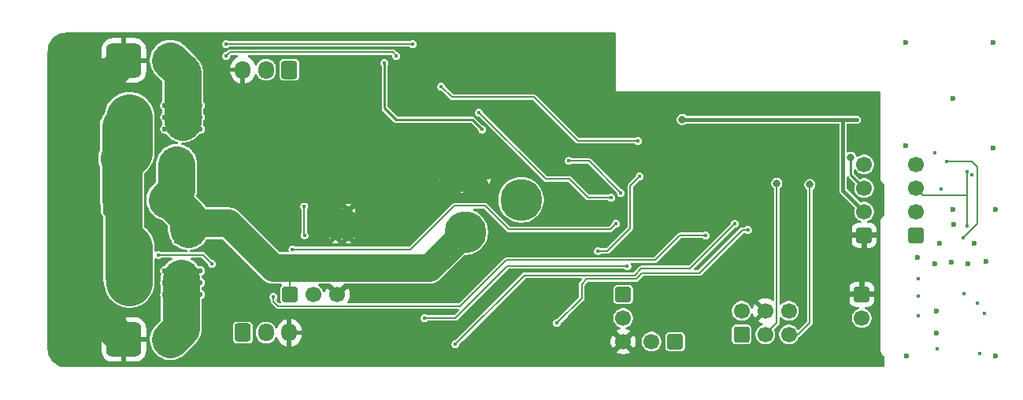
<source format=gbr>
%TF.GenerationSoftware,KiCad,Pcbnew,9.0.5*%
%TF.CreationDate,2025-11-15T15:40:49+01:00*%
%TF.ProjectId,Robobuoy-Sub-v3_0,526f626f-6275-46f7-992d-5375622d7633,rev?*%
%TF.SameCoordinates,Original*%
%TF.FileFunction,Copper,L4,Bot*%
%TF.FilePolarity,Positive*%
%FSLAX46Y46*%
G04 Gerber Fmt 4.6, Leading zero omitted, Abs format (unit mm)*
G04 Created by KiCad (PCBNEW 9.0.5) date 2025-11-15 15:40:49*
%MOMM*%
%LPD*%
G01*
G04 APERTURE LIST*
G04 Aperture macros list*
%AMRoundRect*
0 Rectangle with rounded corners*
0 $1 Rounding radius*
0 $2 $3 $4 $5 $6 $7 $8 $9 X,Y pos of 4 corners*
0 Add a 4 corners polygon primitive as box body*
4,1,4,$2,$3,$4,$5,$6,$7,$8,$9,$2,$3,0*
0 Add four circle primitives for the rounded corners*
1,1,$1+$1,$2,$3*
1,1,$1+$1,$4,$5*
1,1,$1+$1,$6,$7*
1,1,$1+$1,$8,$9*
0 Add four rect primitives between the rounded corners*
20,1,$1+$1,$2,$3,$4,$5,0*
20,1,$1+$1,$4,$5,$6,$7,0*
20,1,$1+$1,$6,$7,$8,$9,0*
20,1,$1+$1,$8,$9,$2,$3,0*%
G04 Aperture macros list end*
%TA.AperFunction,ComponentPad*%
%ADD10RoundRect,1.125000X-1.125000X1.125000X-1.125000X-1.125000X1.125000X-1.125000X1.125000X1.125000X0*%
%TD*%
%TA.AperFunction,ComponentPad*%
%ADD11C,4.500000*%
%TD*%
%TA.AperFunction,ComponentPad*%
%ADD12RoundRect,0.250000X0.600000X-0.600000X0.600000X0.600000X-0.600000X0.600000X-0.600000X-0.600000X0*%
%TD*%
%TA.AperFunction,ComponentPad*%
%ADD13C,1.700000*%
%TD*%
%TA.AperFunction,ComponentPad*%
%ADD14RoundRect,0.760000X-1.140000X-1.140000X1.140000X-1.140000X1.140000X1.140000X-1.140000X1.140000X0*%
%TD*%
%TA.AperFunction,ComponentPad*%
%ADD15C,3.800000*%
%TD*%
%TA.AperFunction,ComponentPad*%
%ADD16RoundRect,0.206250X-0.618750X-0.618750X0.618750X-0.618750X0.618750X0.618750X-0.618750X0.618750X0*%
%TD*%
%TA.AperFunction,ComponentPad*%
%ADD17RoundRect,0.206250X0.618750X-0.618750X0.618750X0.618750X-0.618750X0.618750X-0.618750X-0.618750X0*%
%TD*%
%TA.AperFunction,ComponentPad*%
%ADD18RoundRect,0.206250X-0.618750X0.618750X-0.618750X-0.618750X0.618750X-0.618750X0.618750X0.618750X0*%
%TD*%
%TA.AperFunction,HeatsinkPad*%
%ADD19C,0.500000*%
%TD*%
%TA.AperFunction,HeatsinkPad*%
%ADD20R,1.900000X3.300000*%
%TD*%
%TA.AperFunction,ComponentPad*%
%ADD21RoundRect,0.206250X0.618750X0.618750X-0.618750X0.618750X-0.618750X-0.618750X0.618750X-0.618750X0*%
%TD*%
%TA.AperFunction,ComponentPad*%
%ADD22RoundRect,0.250000X0.600000X0.725000X-0.600000X0.725000X-0.600000X-0.725000X0.600000X-0.725000X0*%
%TD*%
%TA.AperFunction,ComponentPad*%
%ADD23O,1.700000X1.950000*%
%TD*%
%TA.AperFunction,ComponentPad*%
%ADD24RoundRect,0.250000X-0.600000X-0.725000X0.600000X-0.725000X0.600000X0.725000X-0.600000X0.725000X0*%
%TD*%
%TA.AperFunction,ViaPad*%
%ADD25C,0.450000*%
%TD*%
%TA.AperFunction,ViaPad*%
%ADD26C,0.600000*%
%TD*%
%TA.AperFunction,ViaPad*%
%ADD27C,0.800000*%
%TD*%
%TA.AperFunction,Conductor*%
%ADD28C,0.200000*%
%TD*%
%TA.AperFunction,Conductor*%
%ADD29C,3.500000*%
%TD*%
%TA.AperFunction,Conductor*%
%ADD30C,2.000000*%
%TD*%
%TA.AperFunction,Conductor*%
%ADD31C,2.500000*%
%TD*%
%TA.AperFunction,Conductor*%
%ADD32C,0.600000*%
%TD*%
%TA.AperFunction,Conductor*%
%ADD33C,0.400000*%
%TD*%
%TA.AperFunction,Conductor*%
%ADD34C,4.000000*%
%TD*%
%TA.AperFunction,Conductor*%
%ADD35C,3.000000*%
%TD*%
%TA.AperFunction,Conductor*%
%ADD36C,0.250000*%
%TD*%
%TA.AperFunction,Conductor*%
%ADD37C,5.000000*%
%TD*%
G04 APERTURE END LIST*
D10*
%TO.P,J301,1,Pin_1*%
%TO.N,GND*%
X61807259Y-46527436D03*
D11*
%TO.P,J301,2,Pin_2*%
%TO.N,/Robobuoy-Sub-PSU-v3_0/COMM*%
X67807259Y-49991436D03*
%TO.P,J301,3,Pin_3*%
%TO.N,Vbatt*%
X61807259Y-53455436D03*
%TD*%
D12*
%TO.P,J201,1,Pin_1*%
%TO.N,EN*%
X91516400Y-64468500D03*
D13*
%TO.P,J201,2,Pin_2*%
%TO.N,+3.3V*%
X91516400Y-61928500D03*
%TO.P,J201,3,Pin_3*%
%TO.N,TX*%
X94056400Y-64468500D03*
%TO.P,J201,4,Pin_4*%
%TO.N,GND*%
X94056400Y-61928500D03*
%TO.P,J201,5,Pin_5*%
%TO.N,RX*%
X96596400Y-64468500D03*
%TO.P,J201,6,Pin_6*%
%TO.N,DR0*%
X96596400Y-61928500D03*
%TD*%
D14*
%TO.P,J306,1,-*%
%TO.N,Net-(J306--)*%
X24734000Y-50000000D03*
D15*
%TO.P,J306,2,+*%
%TO.N,Vbatt*%
X29734000Y-50000000D03*
%TD*%
D16*
%TO.P,SW301,1*%
%TO.N,Vbatt*%
X42982000Y-60160000D03*
D13*
%TO.P,SW301,2*%
%TO.N,Net-(D301-K)*%
X45522000Y-60160000D03*
%TO.P,SW301,3*%
%TO.N,GND*%
X48062000Y-60160000D03*
%TD*%
D17*
%TO.P,J401,1,Pin_1*%
%TO.N,GND*%
X104704000Y-53810000D03*
D13*
%TO.P,J401,2,Pin_2*%
%TO.N,+3.3V*%
X104704000Y-51270000D03*
%TO.P,J401,3,Pin_3*%
%TO.N,/CPU/SCL*%
X104704000Y-48730000D03*
%TO.P,J401,4,Pin_4*%
%TO.N,/CPU/SDA*%
X104704000Y-46190000D03*
%TD*%
D18*
%TO.P,SW202,1,1*%
%TO.N,GND*%
X104450000Y-60160000D03*
D13*
%TO.P,SW202,2,2*%
%TO.N,SWITCH*%
X104450000Y-62700000D03*
%TD*%
D19*
%TO.P,U303,9,Thermal_Pad*%
%TO.N,GND*%
X47863200Y-51140900D03*
X47863200Y-52540900D03*
X47863200Y-53940900D03*
D20*
X48563200Y-52540900D03*
D19*
X49263200Y-51140900D03*
X49263200Y-52540900D03*
X49263200Y-53940900D03*
%TD*%
D14*
%TO.P,J305,1,Pin_1*%
%TO.N,GND*%
X25100000Y-65000000D03*
D15*
%TO.P,J305,2,Pin_2*%
%TO.N,Net-(J305-Pin_2)*%
X30100000Y-65000000D03*
%TD*%
D17*
%TO.P,J102,1,Pin_1*%
%TO.N,GND*%
X110292000Y-53810000D03*
D13*
%TO.P,J102,2,Pin_2*%
%TO.N,+3.3V*%
X110292000Y-51270000D03*
%TO.P,J102,3,Pin_3*%
%TO.N,/CPU/SCL*%
X110292000Y-48730000D03*
%TO.P,J102,4,Pin_4*%
%TO.N,/CPU/SDA*%
X110292000Y-46190000D03*
%TD*%
D21*
%TO.P,BZ201,1,+*%
%TO.N,+5V*%
X84384000Y-65240000D03*
D13*
%TO.P,BZ201,2,-*%
%TO.N,Net-(BZ201--)*%
X81844000Y-65240000D03*
%TD*%
D22*
%TO.P,J302,1,Pin_1*%
%TO.N,Net-(J302-Pin_1)*%
X42900000Y-36000000D03*
D23*
%TO.P,J302,2,Pin_2*%
%TO.N,Net-(J302-Pin_2)*%
X40400000Y-36000000D03*
%TO.P,J302,3,Pin_3*%
%TO.N,GND*%
X37900000Y-36000000D03*
%TD*%
D18*
%TO.P,J203,1,Pin_1*%
%TO.N,+5V*%
X78796000Y-60160000D03*
D13*
%TO.P,J203,2,Pin_2*%
%TO.N,Net-(J203-Pin_2)*%
X78796000Y-62700000D03*
%TO.P,J203,3,Pin_3*%
%TO.N,GND*%
X78796000Y-65240000D03*
%TD*%
D24*
%TO.P,J303,1,Pin_1*%
%TO.N,Net-(J303-Pin_1)*%
X37900000Y-64275000D03*
D23*
%TO.P,J303,2,Pin_2*%
%TO.N,Net-(J303-Pin_2)*%
X40400000Y-64275000D03*
%TO.P,J303,3,Pin_3*%
%TO.N,GND*%
X42900000Y-64275000D03*
%TD*%
D14*
%TO.P,J304,1,Pin_1*%
%TO.N,GND*%
X25100000Y-35000000D03*
D15*
%TO.P,J304,2,Pin_2*%
%TO.N,Net-(J304-Pin_2)*%
X30100000Y-35000000D03*
%TD*%
D25*
%TO.N,GND*%
X32669600Y-32499400D03*
X35082600Y-32575600D03*
X102545000Y-67221200D03*
X102595800Y-65468600D03*
X86212800Y-66586200D03*
X85273000Y-60210800D03*
X92943800Y-67043400D03*
X35997000Y-41414800D03*
D26*
%TO.N,*%
X112324000Y-56858000D03*
X115880000Y-56858000D03*
D25*
%TO.N,+5V*%
X44531400Y-53784600D03*
X44511945Y-50720786D03*
D27*
%TO.N,GND*%
X91636981Y-47186111D03*
D26*
X109276000Y-66764000D03*
X18725000Y-60160000D03*
X49027200Y-47612400D03*
X21265000Y-55080000D03*
D25*
X33838000Y-48730000D03*
D26*
X77780000Y-38570000D03*
D25*
X76637000Y-50508000D03*
D26*
X91750000Y-49238000D03*
X81742400Y-44462800D03*
X118547000Y-44412000D03*
X112832000Y-54699000D03*
X43794800Y-49339600D03*
X114229000Y-51016000D03*
X41305600Y-41033800D03*
D25*
X115424288Y-60106270D03*
D26*
X81336000Y-58549000D03*
D25*
X37495600Y-42405400D03*
D26*
X105720000Y-38570000D03*
X42321600Y-51016000D03*
D25*
X56063000Y-67272000D03*
D26*
X58145800Y-45682000D03*
X99573200Y-54622800D03*
X74452600Y-36792000D03*
X34549200Y-58915400D03*
D25*
X44150400Y-42634000D03*
D26*
X58120400Y-50406400D03*
X105974000Y-67272000D03*
X21265000Y-61430000D03*
D27*
X36361600Y-48060400D03*
D26*
X42829600Y-49365000D03*
D25*
X59365000Y-67272000D03*
X116835556Y-61077678D03*
X117150000Y-66510000D03*
D26*
X18725000Y-57620000D03*
X18725000Y-39205000D03*
X73639800Y-38443000D03*
D25*
X91242000Y-59398000D03*
D26*
X18725000Y-41110000D03*
X21265000Y-39205000D03*
X85400000Y-38570000D03*
X18725000Y-55080000D03*
X112451000Y-61938000D03*
X77526000Y-32474000D03*
X66350000Y-35268000D03*
X96830000Y-38570000D03*
D25*
X95306000Y-65621000D03*
D26*
X99649400Y-39841111D03*
X18725000Y-42380000D03*
X89464000Y-47206000D03*
X105974000Y-39332000D03*
X82733000Y-39586000D03*
X109149000Y-33109000D03*
X68890000Y-41872000D03*
X112451000Y-64351000D03*
D25*
X55859800Y-53632200D03*
D26*
X84892000Y-39841111D03*
D25*
X97084000Y-59271000D03*
D26*
X21265000Y-42380000D03*
D25*
X48747800Y-49771400D03*
D26*
X18725000Y-44920000D03*
X65080000Y-48222000D03*
X64495800Y-52260600D03*
X18725000Y-53810000D03*
X67874000Y-34238000D03*
D25*
X90480000Y-39841111D03*
D26*
X73335000Y-34074200D03*
X114356000Y-52667000D03*
X93020000Y-38570000D03*
X70337800Y-53987800D03*
D25*
X36428800Y-50558800D03*
D26*
X109149000Y-44158000D03*
X65130800Y-54953000D03*
X41661200Y-49010300D03*
D25*
X42372400Y-55080000D03*
D26*
X18725000Y-46190000D03*
X76510000Y-38316000D03*
X36327200Y-56781800D03*
X38333800Y-49060200D03*
X80320000Y-45682000D03*
X40238800Y-49010300D03*
D25*
X63048000Y-34506000D03*
X35362000Y-49746000D03*
D26*
X101910000Y-38570000D03*
D25*
X61016000Y-40094000D03*
D26*
X70312400Y-52133600D03*
D25*
X87051000Y-42253000D03*
X112578000Y-66002000D03*
D26*
X117785000Y-56604000D03*
X18598000Y-66764000D03*
D25*
X112324000Y-44920000D03*
X52151400Y-39992400D03*
D26*
X66350000Y-33236000D03*
D25*
X99370000Y-65494000D03*
X34600000Y-39078000D03*
X117658000Y-62192000D03*
X61879787Y-62649387D03*
D26*
X118547000Y-33109000D03*
X91750000Y-45174000D03*
D25*
X69702800Y-66281400D03*
D26*
X82860000Y-38570000D03*
X21265000Y-60160000D03*
X93782000Y-45174000D03*
D25*
X55834400Y-52387600D03*
X49611400Y-49873000D03*
X70007600Y-38189000D03*
D26*
X18725000Y-48730000D03*
X104450000Y-38570000D03*
X46106200Y-48984000D03*
D25*
X72954000Y-48984000D03*
D26*
X79050000Y-38570000D03*
X38867200Y-51168400D03*
D25*
X55478800Y-39382800D03*
X87571700Y-58953500D03*
D26*
X87940000Y-38570000D03*
D25*
X94163000Y-42253000D03*
D26*
X72192000Y-46799600D03*
D25*
X41254800Y-46926600D03*
D26*
X21265000Y-44920000D03*
X54057802Y-42991000D03*
D25*
X61016000Y-40094000D03*
X35235000Y-48730000D03*
X52684800Y-52032000D03*
D26*
X62032000Y-32474000D03*
X90480000Y-38570000D03*
X21265000Y-51270000D03*
X21265000Y-53810000D03*
X118851800Y-66789400D03*
X18725000Y-52540000D03*
D25*
X91216600Y-54521200D03*
D26*
X118801000Y-51016000D03*
D25*
X47325400Y-49822200D03*
X116302600Y-47316798D03*
D26*
X98100000Y-38570000D03*
X80320000Y-38570000D03*
X48824000Y-44158000D03*
X78770600Y-51524000D03*
X89464000Y-49238000D03*
X70515600Y-44234200D03*
D25*
X38435400Y-46952000D03*
D26*
X103992800Y-44056400D03*
X36428800Y-45631200D03*
D25*
X71176000Y-51778000D03*
D26*
X89464000Y-45174000D03*
X76954500Y-38887500D03*
D25*
X99751000Y-42253000D03*
D26*
X28148400Y-61506200D03*
X93782000Y-49238000D03*
X93782000Y-47206000D03*
D25*
X80955000Y-60922000D03*
X97338000Y-54521200D03*
X55834400Y-51066800D03*
D26*
X54031000Y-45199400D03*
D25*
X100081200Y-57696200D03*
D26*
X72192000Y-43396000D03*
X18725000Y-51270000D03*
X105237400Y-39814600D03*
X84130000Y-38570000D03*
X34041200Y-66586200D03*
X18725000Y-50000000D03*
X116515000Y-54699000D03*
D25*
X110491844Y-58447849D03*
X110546000Y-62446000D03*
D26*
X81488400Y-55715000D03*
X103180000Y-38570000D03*
X114229000Y-39078000D03*
X18598000Y-33490000D03*
X76510000Y-36309400D03*
X91750000Y-38570000D03*
X18725000Y-58890000D03*
X86822400Y-52946400D03*
X100640000Y-38570000D03*
D25*
X42448600Y-43523000D03*
D26*
X81590000Y-38570000D03*
D25*
X66578600Y-67475200D03*
D26*
X102976800Y-51422400D03*
X34142800Y-44107200D03*
D25*
X110546000Y-60347000D03*
D26*
X18725000Y-56350000D03*
X21265000Y-46190000D03*
X41458000Y-50965200D03*
X89210000Y-38570000D03*
X21265000Y-57620000D03*
X86670000Y-38570000D03*
X21265000Y-56350000D03*
X18725000Y-47460000D03*
X21265000Y-41110000D03*
D25*
X60711200Y-35115600D03*
D26*
X66604000Y-41872000D03*
X110419000Y-56223000D03*
D25*
X86771600Y-55715000D03*
D26*
X114102000Y-56731000D03*
X61854200Y-43396000D03*
X40137200Y-50991500D03*
X101935400Y-57569200D03*
D25*
X88575000Y-65367000D03*
D27*
X52761000Y-53606800D03*
D26*
X21265000Y-47460000D03*
D25*
X43134400Y-48145800D03*
X51364000Y-66408400D03*
D26*
X94290000Y-38570000D03*
X18725000Y-61430000D03*
X21265000Y-52540000D03*
X80320000Y-51524000D03*
X99370000Y-38570000D03*
X18725000Y-43650000D03*
D27*
X39131652Y-58334212D03*
D25*
X36124000Y-67399000D03*
D26*
X21265000Y-50000000D03*
D25*
X70947400Y-64935200D03*
X41585000Y-66256000D03*
D26*
X95560000Y-38570000D03*
X21265000Y-58890000D03*
X47858800Y-43040400D03*
X21265000Y-48730000D03*
D25*
X93909000Y-39841111D03*
D26*
X21265000Y-43650000D03*
D25*
X73970000Y-55842000D03*
X76764000Y-44539000D03*
X112965000Y-48851000D03*
%TO.N,+3.3V*%
X103942000Y-41364000D03*
D27*
X85146000Y-41364000D03*
D25*
%TO.N,/CPU/VSAMP*%
X76078200Y-55486400D03*
X80574000Y-47460000D03*
D26*
%TO.N,Vbatt*%
X30790000Y-54445000D03*
D25*
X55783600Y-57035800D03*
D26*
X29520000Y-45555000D03*
X31425000Y-54445000D03*
X30790000Y-45555000D03*
X31425000Y-45555000D03*
X32035000Y-54445000D03*
X32060000Y-45555000D03*
X30155000Y-45555000D03*
X32720000Y-54420000D03*
D25*
%TO.N,/CPU/ON*%
X78034000Y-52540000D03*
X43236000Y-55334000D03*
D27*
%TO.N,RX*%
X98862000Y-48349000D03*
%TO.N,TX*%
X95306000Y-48222000D03*
D26*
%TO.N,Net-(J304-Pin_2)*%
X30790000Y-39840000D03*
X30790000Y-42380000D03*
X33330000Y-41110000D03*
X32060000Y-42380000D03*
X32060000Y-41110000D03*
X33330000Y-39840000D03*
X30790000Y-41110000D03*
X29520000Y-42380000D03*
X29520000Y-39840000D03*
X29520000Y-41110000D03*
X32060000Y-39840000D03*
X33330000Y-42380000D03*
%TO.N,Net-(J305-Pin_2)*%
X30790000Y-58890000D03*
X29520000Y-57620000D03*
X32060000Y-58890000D03*
X29520000Y-60160000D03*
X29520000Y-58890000D03*
X33330000Y-57620000D03*
X32060000Y-57620000D03*
X30790000Y-57620000D03*
X33330000Y-60160000D03*
X33330000Y-58890000D03*
X32060000Y-60160000D03*
X30790000Y-60160000D03*
D25*
%TO.N,/CPU/RX_SUB*%
X71658600Y-63233400D03*
X92186370Y-53236111D03*
%TO.N,/CPU/ESC_SB_PWR*%
X41204000Y-60414000D03*
X87686000Y-53810000D03*
%TO.N,/CPU/ESC_BB_PWR*%
X77526000Y-49746000D03*
X63302000Y-40602000D03*
%TO.N,Net-(Q306-G)*%
X34590403Y-56876780D03*
X28830500Y-55914500D03*
%TO.N,/CPU/TX_SUB*%
X90784800Y-52565400D03*
X60762000Y-65494000D03*
%TO.N,/CPU/ESC_BB*%
X72954000Y-45809000D03*
X78542000Y-49238000D03*
X53142000Y-35268000D03*
X63632200Y-42430800D03*
%TO.N,/CPU/ESC_SB*%
X79227800Y-57112000D03*
X57460000Y-62700000D03*
%TO.N,Net-(U304B-+)*%
X36124000Y-33236000D03*
X56190000Y-33236000D03*
%TO.N,Net-(U304B--)*%
X36124000Y-34506000D03*
X54412000Y-34506000D03*
%TO.N,/CPU/Imon*%
X59238000Y-37808000D03*
X80370800Y-43651111D03*
D27*
%TO.N,/CPU/SCL*%
X103268000Y-45428000D03*
D25*
X115727600Y-52819400D03*
X115727600Y-46977400D03*
%TO.N,/CPU/SDA*%
X113559031Y-45845000D03*
X115321200Y-54064000D03*
D26*
%TO.N,Net-(J306--)*%
X25710000Y-53175000D03*
X24440000Y-42380000D03*
X24440000Y-55080000D03*
X25710000Y-46825000D03*
X24440000Y-56350000D03*
X26980000Y-44920000D03*
X26980000Y-57620000D03*
X26980000Y-41110000D03*
X24440000Y-43650000D03*
X26980000Y-56350000D03*
X24440000Y-57620000D03*
X26980000Y-43650000D03*
X26980000Y-42380000D03*
X24440000Y-46190000D03*
X24440000Y-53810000D03*
X24440000Y-41110000D03*
X26980000Y-58890000D03*
X24440000Y-44920000D03*
X24440000Y-58890000D03*
X26980000Y-55080000D03*
%TD*%
D28*
%TO.N,+5V*%
X44531400Y-53784600D02*
X44511945Y-53765145D01*
X44511945Y-53765145D02*
X44511945Y-50720786D01*
D29*
%TO.N,GND*%
X24962000Y-65000000D02*
X22662000Y-62700000D01*
D30*
X20374000Y-46698000D02*
X19866000Y-46190000D01*
D31*
X55936000Y-52794000D02*
X47300000Y-52794000D01*
X61807259Y-47362259D02*
X63175000Y-48730000D01*
X61807259Y-46527436D02*
X61607436Y-46527436D01*
D32*
X36261600Y-47960400D02*
X36361600Y-48060400D01*
D29*
X20699000Y-39401000D02*
X19868000Y-40232000D01*
X25100000Y-65000000D02*
X24962000Y-65000000D01*
D30*
X19866000Y-46190000D02*
X19866000Y-53810000D01*
D31*
X61807259Y-46527436D02*
X61807259Y-43747741D01*
X47300000Y-52794000D02*
X47300000Y-50762000D01*
X61807259Y-43747741D02*
X61905000Y-43650000D01*
X61807259Y-46287741D02*
X63810000Y-44285000D01*
D33*
X40188000Y-50991500D02*
X40137200Y-50991500D01*
D29*
X25100000Y-35000000D02*
X20699000Y-39401000D01*
D33*
X42321600Y-51016000D02*
X42321600Y-50812800D01*
X42321600Y-50812800D02*
X43794800Y-49339600D01*
X40137200Y-49213500D02*
X39934000Y-49010300D01*
D29*
X19868000Y-59906000D02*
X22662000Y-62700000D01*
D31*
X61807259Y-46922741D02*
X55936000Y-52794000D01*
X47300000Y-50762000D02*
X45268000Y-48730000D01*
X57162436Y-46527436D02*
X56825000Y-46190000D01*
X61807259Y-46527436D02*
X61807259Y-47362259D01*
D29*
X19868000Y-40232000D02*
X19868000Y-59906000D01*
D33*
X40137200Y-50991500D02*
X40137200Y-49213500D01*
D31*
X61807259Y-46527436D02*
X61807259Y-46922741D01*
X45268000Y-48730000D02*
X35235000Y-48730000D01*
X61807259Y-46527436D02*
X57162436Y-46527436D01*
X61807259Y-46527436D02*
X61807259Y-46287741D01*
X61607436Y-46527436D02*
X60000000Y-44920000D01*
X61807259Y-46527436D02*
X64107564Y-46527436D01*
X64107564Y-46527436D02*
X64445000Y-46190000D01*
D33*
%TO.N,+3.3V*%
X102418000Y-41364000D02*
X85146000Y-41364000D01*
X102418000Y-41364000D02*
X103942000Y-41364000D01*
X102418000Y-48984000D02*
X102418000Y-41364000D01*
X104704000Y-51270000D02*
X102418000Y-48984000D01*
D28*
%TO.N,/CPU/VSAMP*%
X80574000Y-47460000D02*
X79558000Y-48476000D01*
X77094200Y-55486400D02*
X76078200Y-55486400D01*
X79558000Y-48476000D02*
X79558000Y-53022600D01*
X79558000Y-53022600D02*
X77094200Y-55486400D01*
D34*
%TO.N,Vbatt*%
X30790000Y-48944000D02*
X30790000Y-46190000D01*
D35*
X41147000Y-57309000D02*
X36338000Y-52500000D01*
X32194000Y-52500000D02*
X29694000Y-50000000D01*
X36338000Y-52500000D02*
X32194000Y-52500000D01*
D34*
X29734000Y-50000000D02*
X30790000Y-48944000D01*
X32060000Y-51905000D02*
X32060000Y-53175000D01*
X29734000Y-50000000D02*
X30155000Y-50000000D01*
D35*
X57953695Y-57309000D02*
X41147000Y-57309000D01*
D34*
X30155000Y-50000000D02*
X32060000Y-51905000D01*
D28*
X42982000Y-57101440D02*
X43361440Y-56722000D01*
D35*
X61807259Y-53455436D02*
X57953695Y-57309000D01*
D28*
X42982000Y-60160000D02*
X42982000Y-57101440D01*
%TO.N,/CPU/ON*%
X55936000Y-55334000D02*
X60635000Y-50635000D01*
X66477000Y-53175000D02*
X77399000Y-53175000D01*
X77399000Y-53175000D02*
X78034000Y-52540000D01*
X63937000Y-50635000D02*
X66477000Y-53175000D01*
X60635000Y-50635000D02*
X63937000Y-50635000D01*
X43236000Y-55334000D02*
X55936000Y-55334000D01*
%TO.N,RX*%
X97592000Y-64478000D02*
X98862000Y-63208000D01*
X96576000Y-64478000D02*
X97592000Y-64478000D01*
X98862000Y-63208000D02*
X98862000Y-48349000D01*
%TO.N,TX*%
X95306000Y-48222000D02*
X95306000Y-63208000D01*
X95306000Y-63208000D02*
X94036000Y-64478000D01*
D34*
%TO.N,Net-(J304-Pin_2)*%
X31425000Y-36325000D02*
X31425000Y-41618000D01*
X30100000Y-35000000D02*
X31425000Y-36325000D01*
%TO.N,Net-(J305-Pin_2)*%
X30100000Y-65000000D02*
X31298000Y-63802000D01*
X31298000Y-63802000D02*
X31298000Y-62192000D01*
X31298000Y-62192000D02*
X31298000Y-58382000D01*
D28*
%TO.N,/CPU/RX_SUB*%
X74338300Y-59029700D02*
X74338300Y-60553700D01*
X86974802Y-57874000D02*
X91597602Y-53251200D01*
X80193000Y-58509000D02*
X80828000Y-57874000D01*
X74338300Y-59029700D02*
X74859000Y-58509000D01*
X91597602Y-53251200D02*
X92171281Y-53251200D01*
X74859000Y-58509000D02*
X80193000Y-58509000D01*
X80828000Y-57874000D02*
X86974802Y-57874000D01*
X92171281Y-53251200D02*
X92186370Y-53236111D01*
X74338300Y-60553700D02*
X71658600Y-63233400D01*
%TO.N,/CPU/ESC_SB_PWR*%
X41712000Y-61430000D02*
X61270000Y-61430000D01*
X82225000Y-56477000D02*
X84892000Y-53810000D01*
X41204000Y-60414000D02*
X41204000Y-60922000D01*
X61270000Y-61430000D02*
X66223000Y-56477000D01*
X66223000Y-56477000D02*
X82225000Y-56477000D01*
X84892000Y-53810000D02*
X87686000Y-53810000D01*
X41204000Y-60922000D02*
X41712000Y-61430000D01*
%TO.N,/CPU/ESC_BB_PWR*%
X70439400Y-47739400D02*
X73004800Y-47739400D01*
X73004800Y-47739400D02*
X75011400Y-49746000D01*
X63302000Y-40602000D02*
X70439400Y-47739400D01*
X75011400Y-49746000D02*
X77526000Y-49746000D01*
%TO.N,Net-(Q306-G)*%
X34590403Y-56876780D02*
X33628123Y-55914500D01*
X33628123Y-55914500D02*
X28830500Y-55914500D01*
%TO.N,/CPU/TX_SUB*%
X79991960Y-58109000D02*
X80734960Y-57366000D01*
X80734960Y-57366000D02*
X85984200Y-57366000D01*
X60762000Y-65494000D02*
X68147000Y-58109000D01*
X85984200Y-57366000D02*
X90784800Y-52565400D01*
X68147000Y-58109000D02*
X79991960Y-58109000D01*
%TO.N,/CPU/ESC_BB*%
X75113000Y-45809000D02*
X72954000Y-45809000D01*
D36*
X62565400Y-41364000D02*
X63632200Y-42430800D01*
X53142000Y-35268000D02*
X53142000Y-40144800D01*
X54361200Y-41364000D02*
X62565400Y-41364000D01*
X53142000Y-40144800D02*
X54361200Y-41364000D01*
D28*
X53142000Y-35268000D02*
X53142000Y-35522000D01*
X78542000Y-49238000D02*
X75113000Y-45809000D01*
%TO.N,/CPU/ESC_SB*%
X60762000Y-62700000D02*
X66350000Y-57112000D01*
X66350000Y-57112000D02*
X79227800Y-57112000D01*
X57460000Y-62700000D02*
X60762000Y-62700000D01*
%TO.N,Net-(U304B-+)*%
X36124000Y-33236000D02*
X56190000Y-33236000D01*
%TO.N,Net-(U304B--)*%
X36505000Y-34125000D02*
X54031000Y-34125000D01*
X36124000Y-34506000D02*
X36505000Y-34125000D01*
X54031000Y-34125000D02*
X54412000Y-34506000D01*
%TO.N,/CPU/Imon*%
X73894911Y-43651111D02*
X69194800Y-38951000D01*
X69194800Y-38951000D02*
X60381000Y-38951000D01*
X60381000Y-38951000D02*
X59238000Y-37808000D01*
X80370800Y-43651111D02*
X73894911Y-43651111D01*
%TO.N,/CPU/SCL*%
X115676800Y-49492000D02*
X115727600Y-49441200D01*
X115372000Y-49492000D02*
X111054000Y-49492000D01*
D36*
X104704000Y-48730000D02*
X103268000Y-47294000D01*
D28*
X111054000Y-49492000D02*
X110292000Y-48730000D01*
D36*
X103268000Y-47294000D02*
X103268000Y-45428000D01*
D28*
X115372000Y-49492000D02*
X115676800Y-49492000D01*
X115727600Y-49441200D02*
X115727600Y-46977400D01*
X115727600Y-49441200D02*
X115727600Y-52819400D01*
%TO.N,/CPU/SDA*%
X116877600Y-52507600D02*
X115321200Y-54064000D01*
X116877600Y-46425600D02*
X116877600Y-52507600D01*
X116297000Y-45845000D02*
X116877600Y-46425600D01*
X113559031Y-45845000D02*
X116297000Y-45845000D01*
D34*
%TO.N,Net-(J306--)*%
X25075000Y-58255000D02*
X25710000Y-58890000D01*
X25075000Y-45555000D02*
X25075000Y-58255000D01*
D37*
X25710000Y-44920000D02*
X25075000Y-45555000D01*
X25710000Y-58890000D02*
X25710000Y-55080000D01*
D34*
X24734000Y-50000000D02*
X24734000Y-46825000D01*
X25710000Y-41110000D02*
X25075000Y-41745000D01*
X24734000Y-46825000D02*
X24734000Y-42086000D01*
X24734000Y-42086000D02*
X25710000Y-41110000D01*
X25075000Y-41745000D02*
X25075000Y-45555000D01*
D37*
X25710000Y-41110000D02*
X25710000Y-44920000D01*
%TD*%
%TA.AperFunction,Conductor*%
%TO.N,GND*%
G36*
X47351440Y-59029185D02*
G01*
X47372082Y-59045819D01*
X47988358Y-59662094D01*
X47869007Y-59694075D01*
X47754993Y-59759901D01*
X47661901Y-59852993D01*
X47596075Y-59967007D01*
X47564094Y-60086358D01*
X46916973Y-59439237D01*
X46916972Y-59439237D01*
X46907375Y-59452448D01*
X46810905Y-59641781D01*
X46753656Y-59817974D01*
X46714218Y-59875649D01*
X46649859Y-59902847D01*
X46581013Y-59890932D01*
X46529537Y-59843688D01*
X46521164Y-59827107D01*
X46452943Y-59662405D01*
X46337975Y-59490342D01*
X46191657Y-59344024D01*
X46049846Y-59249270D01*
X46030887Y-59236602D01*
X45986082Y-59182990D01*
X45977375Y-59113666D01*
X46007529Y-59050638D01*
X46066972Y-59013918D01*
X46099778Y-59009500D01*
X47284401Y-59009500D01*
X47351440Y-59029185D01*
G37*
%TD.AperFunction*%
%TA.AperFunction,Conductor*%
G36*
X77977039Y-32030185D02*
G01*
X78022794Y-32082989D01*
X78034000Y-32134500D01*
X78034000Y-38316000D01*
X106315500Y-38316000D01*
X106382539Y-38335685D01*
X106428294Y-38388489D01*
X106439500Y-38440000D01*
X106439500Y-47496588D01*
X106439500Y-47500000D01*
X106439500Y-47593637D01*
X106473911Y-47777721D01*
X106482729Y-47800482D01*
X106541561Y-47952347D01*
X106541562Y-47952349D01*
X106608429Y-48060342D01*
X106640149Y-48111571D01*
X106766314Y-48249968D01*
X106850726Y-48313713D01*
X106892362Y-48369819D01*
X106900000Y-48412666D01*
X106900000Y-51587332D01*
X106880315Y-51654371D01*
X106850727Y-51686286D01*
X106775226Y-51743302D01*
X106766314Y-51750032D01*
X106640149Y-51888429D01*
X106640147Y-51888431D01*
X106640146Y-51888433D01*
X106541562Y-52047650D01*
X106541561Y-52047652D01*
X106473912Y-52222276D01*
X106473911Y-52222279D01*
X106439500Y-52406363D01*
X106439500Y-52495651D01*
X106439500Y-65996588D01*
X106439500Y-66000000D01*
X106439500Y-66093637D01*
X106473911Y-66277721D01*
X106473912Y-66277723D01*
X106541561Y-66452347D01*
X106541562Y-66452349D01*
X106606873Y-66557829D01*
X106640149Y-66611571D01*
X106766314Y-66749968D01*
X106850726Y-66813713D01*
X106892362Y-66869819D01*
X106900000Y-66912666D01*
X106900000Y-67865500D01*
X106880315Y-67932539D01*
X106827511Y-67978294D01*
X106776000Y-67989500D01*
X18904067Y-67989500D01*
X18895957Y-67989235D01*
X18648422Y-67973011D01*
X18632340Y-67970893D01*
X18393048Y-67923294D01*
X18377382Y-67919096D01*
X18146349Y-67840671D01*
X18131363Y-67834464D01*
X17912539Y-67726552D01*
X17898492Y-67718442D01*
X17695626Y-67582891D01*
X17682758Y-67573017D01*
X17499321Y-67412147D01*
X17487852Y-67400678D01*
X17326982Y-67217241D01*
X17317108Y-67204373D01*
X17314520Y-67200500D01*
X17181557Y-67001507D01*
X17173447Y-66987460D01*
X17097561Y-66833578D01*
X17065532Y-66768629D01*
X17059331Y-66753657D01*
X16980900Y-66522606D01*
X16976708Y-66506963D01*
X16929104Y-66267647D01*
X16926989Y-66251586D01*
X16910765Y-66004042D01*
X16910500Y-65995933D01*
X16910500Y-63795280D01*
X22700000Y-63795280D01*
X22700000Y-64750000D01*
X23772769Y-64750000D01*
X23750000Y-64893753D01*
X23750000Y-65106247D01*
X23772769Y-65250000D01*
X22700000Y-65250000D01*
X22700000Y-66204719D01*
X22710482Y-66337906D01*
X22710483Y-66337912D01*
X22765898Y-66557829D01*
X22765899Y-66557832D01*
X22859695Y-66764330D01*
X22859698Y-66764336D01*
X22988851Y-66950758D01*
X22988861Y-66950770D01*
X23149229Y-67111138D01*
X23149241Y-67111148D01*
X23335663Y-67240301D01*
X23335669Y-67240304D01*
X23542167Y-67334100D01*
X23542170Y-67334101D01*
X23762087Y-67389516D01*
X23762093Y-67389517D01*
X23895280Y-67399999D01*
X23895294Y-67400000D01*
X24850000Y-67400000D01*
X24850000Y-66327231D01*
X24993753Y-66350000D01*
X25206247Y-66350000D01*
X25350000Y-66327231D01*
X25350000Y-67400000D01*
X26304706Y-67400000D01*
X26304719Y-67399999D01*
X26437906Y-67389517D01*
X26437912Y-67389516D01*
X26657829Y-67334101D01*
X26657832Y-67334100D01*
X26864330Y-67240304D01*
X26864336Y-67240301D01*
X27050758Y-67111148D01*
X27050770Y-67111138D01*
X27211138Y-66950770D01*
X27211148Y-66950758D01*
X27340301Y-66764336D01*
X27340304Y-66764330D01*
X27434100Y-66557832D01*
X27434101Y-66557829D01*
X27489516Y-66337912D01*
X27489517Y-66337906D01*
X27499999Y-66204719D01*
X27500000Y-66204706D01*
X27500000Y-65250000D01*
X26427231Y-65250000D01*
X26450000Y-65106247D01*
X26450000Y-64893753D01*
X26427231Y-64750000D01*
X27500000Y-64750000D01*
X27500000Y-63795293D01*
X27499999Y-63795280D01*
X27489517Y-63662093D01*
X27489516Y-63662087D01*
X27434101Y-63442170D01*
X27434100Y-63442167D01*
X27340304Y-63235669D01*
X27340301Y-63235663D01*
X27211148Y-63049241D01*
X27211138Y-63049229D01*
X27050770Y-62888861D01*
X27050758Y-62888851D01*
X26864336Y-62759698D01*
X26864330Y-62759695D01*
X26657832Y-62665899D01*
X26657829Y-62665898D01*
X26437912Y-62610483D01*
X26437906Y-62610482D01*
X26304719Y-62600000D01*
X25350000Y-62600000D01*
X25350000Y-63672768D01*
X25206247Y-63650000D01*
X24993753Y-63650000D01*
X24850000Y-63672768D01*
X24850000Y-62600000D01*
X23895280Y-62600000D01*
X23762093Y-62610482D01*
X23762087Y-62610483D01*
X23542170Y-62665898D01*
X23542167Y-62665899D01*
X23335669Y-62759695D01*
X23335663Y-62759698D01*
X23149241Y-62888851D01*
X23149229Y-62888861D01*
X22988861Y-63049229D01*
X22988851Y-63049241D01*
X22859698Y-63235663D01*
X22859695Y-63235669D01*
X22765899Y-63442167D01*
X22765898Y-63442170D01*
X22710483Y-63662087D01*
X22710482Y-63662093D01*
X22700000Y-63795280D01*
X16910500Y-63795280D01*
X16910500Y-45403336D01*
X22374501Y-45403336D01*
X22374501Y-45706663D01*
X22408459Y-46008055D01*
X22408459Y-46008056D01*
X22475953Y-46303769D01*
X22526542Y-46448344D01*
X22533500Y-46489299D01*
X22533500Y-50144221D01*
X22533501Y-50144238D01*
X22571149Y-50430206D01*
X22571150Y-50430211D01*
X22571151Y-50430217D01*
X22616736Y-50600342D01*
X22629275Y-50647139D01*
X22633500Y-50679232D01*
X22633500Y-51195710D01*
X22635549Y-51218753D01*
X22643689Y-51310320D01*
X22697428Y-51498133D01*
X22787875Y-51671284D01*
X22787874Y-51671284D01*
X22819740Y-51710362D01*
X22846600Y-51743303D01*
X22873711Y-51807698D01*
X22874500Y-51821665D01*
X22874500Y-58106898D01*
X22874499Y-58106932D01*
X22874499Y-58399236D01*
X22912151Y-58685215D01*
X22912151Y-58685217D01*
X22984676Y-58955891D01*
X22986808Y-58963846D01*
X22986811Y-58963853D01*
X23000061Y-58995841D01*
X23008493Y-59038231D01*
X23009305Y-59038186D01*
X23009500Y-59041663D01*
X23043457Y-59343048D01*
X23043459Y-59343060D01*
X23043460Y-59343063D01*
X23046502Y-59356392D01*
X23110953Y-59638771D01*
X23110957Y-59638783D01*
X23211133Y-59925068D01*
X23342733Y-60198338D01*
X23342735Y-60198341D01*
X23504108Y-60455164D01*
X23588111Y-60560500D01*
X23681338Y-60677404D01*
X23693221Y-60692304D01*
X23907696Y-60906779D01*
X24144836Y-61095892D01*
X24401659Y-61257265D01*
X24674935Y-61388868D01*
X24885578Y-61462575D01*
X24961216Y-61489042D01*
X24961228Y-61489046D01*
X25256937Y-61556540D01*
X25256946Y-61556541D01*
X25256951Y-61556542D01*
X25457874Y-61579180D01*
X25558337Y-61590499D01*
X25558340Y-61590500D01*
X25558343Y-61590500D01*
X25861660Y-61590500D01*
X25861661Y-61590499D01*
X26015694Y-61573144D01*
X26163048Y-61556542D01*
X26163051Y-61556541D01*
X26163063Y-61556540D01*
X26458772Y-61489046D01*
X26745065Y-61388868D01*
X27018341Y-61257265D01*
X27275164Y-61095892D01*
X27512304Y-60906779D01*
X27726779Y-60692304D01*
X27915892Y-60455164D01*
X28077265Y-60198341D01*
X28208868Y-59925065D01*
X28309046Y-59638772D01*
X28376540Y-59343063D01*
X28381484Y-59299188D01*
X28397823Y-59154171D01*
X28410500Y-59041657D01*
X28410500Y-56378112D01*
X28430185Y-56311073D01*
X28482989Y-56265318D01*
X28552147Y-56255374D01*
X28596498Y-56270724D01*
X28666263Y-56311003D01*
X28774482Y-56340000D01*
X28774484Y-56340000D01*
X28886516Y-56340000D01*
X28886518Y-56340000D01*
X28994737Y-56311003D01*
X29091763Y-56254985D01*
X29095429Y-56251319D01*
X29156752Y-56217834D01*
X29183110Y-56215000D01*
X30187578Y-56215000D01*
X30254617Y-56234685D01*
X30300372Y-56287489D01*
X30310316Y-56356647D01*
X30281291Y-56420203D01*
X30249578Y-56446387D01*
X30072851Y-56548420D01*
X30072835Y-56548431D01*
X29843997Y-56724024D01*
X29843990Y-56724030D01*
X29640030Y-56927990D01*
X29640024Y-56927997D01*
X29528726Y-57073044D01*
X29472298Y-57114247D01*
X29461796Y-57116796D01*
X29461958Y-57117397D01*
X29454109Y-57119500D01*
X29454108Y-57119500D01*
X29431559Y-57125542D01*
X29326812Y-57153608D01*
X29212686Y-57219500D01*
X29212683Y-57219502D01*
X29119502Y-57312683D01*
X29119500Y-57312686D01*
X29053608Y-57426812D01*
X29023950Y-57537499D01*
X29019500Y-57554108D01*
X29019500Y-57685892D01*
X29052352Y-57808500D01*
X29053609Y-57813188D01*
X29053609Y-57813189D01*
X29113821Y-57917478D01*
X29130294Y-57985378D01*
X29129373Y-57995663D01*
X29097501Y-58237761D01*
X29097500Y-58237778D01*
X29097500Y-58587565D01*
X29080887Y-58649565D01*
X29053609Y-58696811D01*
X29053609Y-58696812D01*
X29053608Y-58696814D01*
X29019500Y-58824108D01*
X29019500Y-58955892D01*
X29053287Y-59081989D01*
X29053609Y-59083188D01*
X29053610Y-59083191D01*
X29080886Y-59130433D01*
X29097500Y-59192434D01*
X29097500Y-59857565D01*
X29080887Y-59919565D01*
X29053609Y-59966811D01*
X29053609Y-59966812D01*
X29053608Y-59966814D01*
X29019500Y-60094108D01*
X29019500Y-60225892D01*
X29053556Y-60352993D01*
X29053609Y-60353188D01*
X29053610Y-60353191D01*
X29080886Y-60400433D01*
X29097500Y-60462434D01*
X29097500Y-62839160D01*
X29077815Y-62906199D01*
X29061181Y-62926841D01*
X28442031Y-63545990D01*
X28266421Y-63774848D01*
X28122201Y-64024646D01*
X28122200Y-64024647D01*
X28094443Y-64091657D01*
X28013081Y-64288082D01*
X28011811Y-64291147D01*
X28011806Y-64291160D01*
X27937153Y-64569772D01*
X27937151Y-64569781D01*
X27937151Y-64569783D01*
X27937077Y-64570345D01*
X27899499Y-64855763D01*
X27899499Y-65144236D01*
X27925730Y-65343466D01*
X27937086Y-65429727D01*
X27937151Y-65430215D01*
X27937153Y-65430227D01*
X28011025Y-65705925D01*
X28011808Y-65708846D01*
X28122197Y-65975345D01*
X28122200Y-65975352D01*
X28122201Y-65975353D01*
X28266421Y-66225151D01*
X28285588Y-66250130D01*
X28396464Y-66394626D01*
X28442031Y-66454009D01*
X28645990Y-66657968D01*
X28645994Y-66657971D01*
X28645996Y-66657973D01*
X28848957Y-66813711D01*
X28874848Y-66833578D01*
X29124646Y-66977798D01*
X29124647Y-66977799D01*
X29124650Y-66977800D01*
X29124655Y-66977803D01*
X29391154Y-67088192D01*
X29669783Y-67162849D01*
X29955771Y-67200501D01*
X29955778Y-67200501D01*
X30244222Y-67200501D01*
X30244229Y-67200501D01*
X30530217Y-67162849D01*
X30808846Y-67088192D01*
X31075345Y-66977803D01*
X31325156Y-66833575D01*
X31554004Y-66657973D01*
X32156000Y-66055977D01*
X32547712Y-65664264D01*
X32746622Y-65465353D01*
X32746640Y-65465338D01*
X32955969Y-65256009D01*
X32955974Y-65256004D01*
X33131575Y-65027156D01*
X33275804Y-64777345D01*
X33275808Y-64777336D01*
X33351752Y-64593990D01*
X33351752Y-64593989D01*
X33361778Y-64569784D01*
X33386192Y-64510845D01*
X33460850Y-64232217D01*
X33498501Y-63946228D01*
X33498501Y-63657771D01*
X33498501Y-63653932D01*
X33498500Y-63653898D01*
X33498500Y-63495730D01*
X36849500Y-63495730D01*
X36849500Y-65054269D01*
X36852353Y-65084699D01*
X36852353Y-65084701D01*
X36897206Y-65212880D01*
X36897207Y-65212882D01*
X36977850Y-65322150D01*
X37087118Y-65402793D01*
X37108089Y-65410131D01*
X37215299Y-65447646D01*
X37245730Y-65450500D01*
X37245734Y-65450500D01*
X38554270Y-65450500D01*
X38584699Y-65447646D01*
X38584701Y-65447646D01*
X38648790Y-65425219D01*
X38712882Y-65402793D01*
X38822150Y-65322150D01*
X38902793Y-65212882D01*
X38939648Y-65107557D01*
X38947646Y-65084701D01*
X38947646Y-65084699D01*
X38950500Y-65054269D01*
X38950500Y-64046530D01*
X39349500Y-64046530D01*
X39349500Y-64503469D01*
X39389868Y-64706412D01*
X39389870Y-64706420D01*
X39451733Y-64855771D01*
X39469059Y-64897598D01*
X39482836Y-64918217D01*
X39584024Y-65069657D01*
X39730342Y-65215975D01*
X39730345Y-65215977D01*
X39902402Y-65330941D01*
X40093580Y-65410130D01*
X40282187Y-65447646D01*
X40296530Y-65450499D01*
X40296534Y-65450500D01*
X40296535Y-65450500D01*
X40503466Y-65450500D01*
X40503467Y-65450499D01*
X40706420Y-65410130D01*
X40897598Y-65330941D01*
X41069655Y-65215977D01*
X41215977Y-65069655D01*
X41330941Y-64897598D01*
X41376748Y-64787009D01*
X41420589Y-64732606D01*
X41486883Y-64710541D01*
X41554582Y-64727820D01*
X41602193Y-64778957D01*
X41609240Y-64796144D01*
X41648904Y-64918216D01*
X41745379Y-65107557D01*
X41870272Y-65279459D01*
X41870276Y-65279464D01*
X42020535Y-65429723D01*
X42020540Y-65429727D01*
X42192442Y-65554620D01*
X42381782Y-65651095D01*
X42583871Y-65716757D01*
X42650000Y-65727231D01*
X42650000Y-64679145D01*
X42716657Y-64717630D01*
X42837465Y-64750000D01*
X42962535Y-64750000D01*
X43083343Y-64717630D01*
X43150000Y-64679145D01*
X43150000Y-65727230D01*
X43216126Y-65716757D01*
X43216129Y-65716757D01*
X43418217Y-65651095D01*
X43607557Y-65554620D01*
X43768097Y-65437982D01*
X60336500Y-65437982D01*
X60336500Y-65550018D01*
X60365497Y-65658237D01*
X60421515Y-65755263D01*
X60500737Y-65834485D01*
X60597763Y-65890503D01*
X60705982Y-65919500D01*
X60705984Y-65919500D01*
X60818016Y-65919500D01*
X60818018Y-65919500D01*
X60926237Y-65890503D01*
X61023263Y-65834485D01*
X61102485Y-65755263D01*
X61158503Y-65658237D01*
X61187500Y-65550018D01*
X61187500Y-65544833D01*
X61207185Y-65477794D01*
X61223819Y-65457152D01*
X61547218Y-65133753D01*
X77446000Y-65133753D01*
X77446000Y-65346246D01*
X77479242Y-65556127D01*
X77479242Y-65556130D01*
X77544904Y-65758217D01*
X77641375Y-65947550D01*
X77650973Y-65960761D01*
X78298094Y-65313641D01*
X78330075Y-65432993D01*
X78395901Y-65547007D01*
X78488993Y-65640099D01*
X78603007Y-65705925D01*
X78722358Y-65737905D01*
X78075236Y-66385025D01*
X78088440Y-66394618D01*
X78088453Y-66394626D01*
X78277782Y-66491095D01*
X78479870Y-66556757D01*
X78689754Y-66590000D01*
X78902246Y-66590000D01*
X79112127Y-66556757D01*
X79112130Y-66556757D01*
X79314217Y-66491095D01*
X79503556Y-66394620D01*
X79503563Y-66394617D01*
X79516761Y-66385026D01*
X79516762Y-66385025D01*
X78869641Y-65737905D01*
X78988993Y-65705925D01*
X79103007Y-65640099D01*
X79196099Y-65547007D01*
X79261925Y-65432993D01*
X79293905Y-65313641D01*
X79941025Y-65960762D01*
X79941026Y-65960761D01*
X79950617Y-65947563D01*
X79950620Y-65947556D01*
X80047095Y-65758217D01*
X80112757Y-65556130D01*
X80112757Y-65556127D01*
X80146000Y-65346246D01*
X80146000Y-65136530D01*
X80793500Y-65136530D01*
X80793500Y-65343469D01*
X80833868Y-65546412D01*
X80833870Y-65546420D01*
X80901146Y-65708839D01*
X80913059Y-65737598D01*
X80924864Y-65755265D01*
X81028024Y-65909657D01*
X81174342Y-66055975D01*
X81174345Y-66055977D01*
X81346402Y-66170941D01*
X81537580Y-66250130D01*
X81740530Y-66290499D01*
X81740534Y-66290500D01*
X81740535Y-66290500D01*
X81947466Y-66290500D01*
X81947467Y-66290499D01*
X82150420Y-66250130D01*
X82341598Y-66170941D01*
X82513655Y-66055977D01*
X82659977Y-65909655D01*
X82672602Y-65890760D01*
X83358499Y-65890760D01*
X83373584Y-65986004D01*
X83373585Y-65986007D01*
X83373586Y-65986009D01*
X83432081Y-66100812D01*
X83432082Y-66100813D01*
X83432085Y-66100817D01*
X83523182Y-66191914D01*
X83523186Y-66191917D01*
X83523188Y-66191919D01*
X83637991Y-66250414D01*
X83637993Y-66250414D01*
X83637995Y-66250415D01*
X83733239Y-66265500D01*
X83733240Y-66265500D01*
X85034760Y-66265500D01*
X85130004Y-66250415D01*
X85130004Y-66250414D01*
X85130009Y-66250414D01*
X85244812Y-66191919D01*
X85335919Y-66100812D01*
X85394414Y-65986009D01*
X85409500Y-65890760D01*
X85409500Y-64589240D01*
X85406764Y-64571965D01*
X85394415Y-64493995D01*
X85394414Y-64493993D01*
X85394414Y-64493991D01*
X85335919Y-64379188D01*
X85335917Y-64379186D01*
X85335914Y-64379182D01*
X85244817Y-64288085D01*
X85244813Y-64288082D01*
X85244812Y-64288081D01*
X85130009Y-64229586D01*
X85130007Y-64229585D01*
X85130004Y-64229584D01*
X85034760Y-64214500D01*
X83733240Y-64214500D01*
X83637995Y-64229584D01*
X83637991Y-64229585D01*
X83637991Y-64229586D01*
X83561455Y-64268582D01*
X83523186Y-64288082D01*
X83523182Y-64288085D01*
X83432085Y-64379182D01*
X83432082Y-64379186D01*
X83373584Y-64493995D01*
X83358500Y-64589239D01*
X83358500Y-65890760D01*
X83358499Y-65890760D01*
X82672602Y-65890760D01*
X82774941Y-65737598D01*
X82854130Y-65546420D01*
X82894500Y-65343465D01*
X82894500Y-65136535D01*
X82854130Y-64933580D01*
X82774941Y-64742402D01*
X82774940Y-64742400D01*
X82774940Y-64742399D01*
X82715379Y-64653260D01*
X82715377Y-64653258D01*
X82659975Y-64570342D01*
X82513657Y-64424024D01*
X82425365Y-64365030D01*
X82341598Y-64309059D01*
X82298386Y-64291160D01*
X82150420Y-64229870D01*
X82150412Y-64229868D01*
X81947469Y-64189500D01*
X81947465Y-64189500D01*
X81740535Y-64189500D01*
X81740530Y-64189500D01*
X81537587Y-64229868D01*
X81537579Y-64229870D01*
X81346403Y-64309058D01*
X81174342Y-64424024D01*
X81028024Y-64570342D01*
X80913058Y-64742403D01*
X80833870Y-64933579D01*
X80833868Y-64933587D01*
X80793500Y-65136530D01*
X80146000Y-65136530D01*
X80146000Y-65133753D01*
X80112757Y-64923872D01*
X80112757Y-64923869D01*
X80047095Y-64721782D01*
X79950626Y-64532453D01*
X79950618Y-64532440D01*
X79941025Y-64519237D01*
X79941025Y-64519236D01*
X79293905Y-65166357D01*
X79261925Y-65047007D01*
X79196099Y-64932993D01*
X79103007Y-64839901D01*
X78988993Y-64774075D01*
X78869642Y-64742094D01*
X79516761Y-64094973D01*
X79503550Y-64085375D01*
X79314216Y-63988904D01*
X79138026Y-63931656D01*
X79115862Y-63916500D01*
X79091848Y-63904480D01*
X79087455Y-63897076D01*
X79080350Y-63892218D01*
X79069896Y-63867482D01*
X79056196Y-63844391D01*
X79056503Y-63835789D01*
X79053152Y-63827860D01*
X79055511Y-63814230D01*
X90465900Y-63814230D01*
X90465900Y-65122769D01*
X90468753Y-65153199D01*
X90468753Y-65153201D01*
X90512934Y-65279459D01*
X90513607Y-65281382D01*
X90594250Y-65390650D01*
X90703518Y-65471293D01*
X90724489Y-65478631D01*
X90831699Y-65516146D01*
X90862130Y-65519000D01*
X90862134Y-65519000D01*
X92170670Y-65519000D01*
X92201099Y-65516146D01*
X92201101Y-65516146D01*
X92265901Y-65493471D01*
X92329282Y-65471293D01*
X92438550Y-65390650D01*
X92519193Y-65281382D01*
X92563935Y-65153517D01*
X92564046Y-65153201D01*
X92564046Y-65153199D01*
X92566900Y-65122769D01*
X92566900Y-63814230D01*
X92564046Y-63783800D01*
X92564046Y-63783798D01*
X92528859Y-63683242D01*
X92519193Y-63655618D01*
X92438550Y-63546350D01*
X92329282Y-63465707D01*
X92329280Y-63465706D01*
X92201100Y-63420853D01*
X92170670Y-63418000D01*
X92170666Y-63418000D01*
X90862134Y-63418000D01*
X90862130Y-63418000D01*
X90831700Y-63420853D01*
X90831698Y-63420853D01*
X90703519Y-63465706D01*
X90703517Y-63465707D01*
X90594250Y-63546350D01*
X90513607Y-63655617D01*
X90513606Y-63655619D01*
X90468753Y-63783798D01*
X90468753Y-63783800D01*
X90465900Y-63814230D01*
X79055511Y-63814230D01*
X79057731Y-63801398D01*
X79058690Y-63774566D01*
X79063598Y-63767495D01*
X79065067Y-63759013D01*
X79083223Y-63739230D01*
X79086210Y-63734927D01*
X79088401Y-63730132D01*
X79090683Y-63728486D01*
X79098538Y-63717173D01*
X79109362Y-63710750D01*
X79112311Y-63707538D01*
X79128876Y-63699171D01*
X79293598Y-63630941D01*
X79465655Y-63515977D01*
X79611977Y-63369655D01*
X79726941Y-63197598D01*
X79806130Y-63006420D01*
X79846500Y-62803465D01*
X79846500Y-62596535D01*
X79806130Y-62393580D01*
X79726941Y-62202402D01*
X79611977Y-62030345D01*
X79611975Y-62030342D01*
X79465657Y-61884024D01*
X79377365Y-61825030D01*
X90465900Y-61825030D01*
X90465900Y-62031969D01*
X90506268Y-62234912D01*
X90506270Y-62234920D01*
X90572339Y-62394425D01*
X90585459Y-62426098D01*
X90636684Y-62502762D01*
X90700424Y-62598157D01*
X90846742Y-62744475D01*
X90846745Y-62744477D01*
X91018802Y-62859441D01*
X91209980Y-62938630D01*
X91412930Y-62978999D01*
X91412934Y-62979000D01*
X91412935Y-62979000D01*
X91619866Y-62979000D01*
X91619867Y-62978999D01*
X91822820Y-62938630D01*
X92013998Y-62859441D01*
X92186055Y-62744477D01*
X92332377Y-62598155D01*
X92447341Y-62426098D01*
X92515565Y-62261389D01*
X92559404Y-62206988D01*
X92625698Y-62184923D01*
X92693398Y-62202202D01*
X92741009Y-62253339D01*
X92748056Y-62270526D01*
X92805304Y-62446716D01*
X92901775Y-62636050D01*
X92941128Y-62690216D01*
X93573437Y-62057908D01*
X93590475Y-62121493D01*
X93656301Y-62235507D01*
X93749393Y-62328599D01*
X93863407Y-62394425D01*
X93926989Y-62411462D01*
X93294682Y-63043769D01*
X93294682Y-63043770D01*
X93348849Y-63083124D01*
X93538182Y-63179595D01*
X93714373Y-63236843D01*
X93772048Y-63276280D01*
X93799247Y-63340639D01*
X93787332Y-63409485D01*
X93740088Y-63460961D01*
X93723508Y-63469335D01*
X93558803Y-63537557D01*
X93386742Y-63652524D01*
X93240424Y-63798842D01*
X93125458Y-63970903D01*
X93046270Y-64162079D01*
X93046268Y-64162087D01*
X93005900Y-64365030D01*
X93005900Y-64571969D01*
X93046268Y-64774912D01*
X93046270Y-64774920D01*
X93125458Y-64966096D01*
X93240424Y-65138157D01*
X93386742Y-65284475D01*
X93386745Y-65284477D01*
X93558802Y-65399441D01*
X93749980Y-65478630D01*
X93938587Y-65516146D01*
X93952930Y-65518999D01*
X93952934Y-65519000D01*
X93952935Y-65519000D01*
X94159866Y-65519000D01*
X94159867Y-65518999D01*
X94362820Y-65478630D01*
X94553998Y-65399441D01*
X94726055Y-65284477D01*
X94872377Y-65138155D01*
X94987341Y-64966098D01*
X95066530Y-64774920D01*
X95106900Y-64571965D01*
X95106900Y-64365035D01*
X95106899Y-64365030D01*
X95545900Y-64365030D01*
X95545900Y-64571969D01*
X95586268Y-64774912D01*
X95586270Y-64774920D01*
X95665458Y-64966096D01*
X95780424Y-65138157D01*
X95926742Y-65284475D01*
X95926745Y-65284477D01*
X96098802Y-65399441D01*
X96289980Y-65478630D01*
X96478587Y-65516146D01*
X96492930Y-65518999D01*
X96492934Y-65519000D01*
X96492935Y-65519000D01*
X96699866Y-65519000D01*
X96699867Y-65518999D01*
X96902820Y-65478630D01*
X97093998Y-65399441D01*
X97266055Y-65284477D01*
X97412377Y-65138155D01*
X97527341Y-64966098D01*
X97578335Y-64842985D01*
X97622175Y-64788583D01*
X97660799Y-64770665D01*
X97707989Y-64758021D01*
X97776511Y-64718460D01*
X97832460Y-64662511D01*
X99102460Y-63392511D01*
X99134441Y-63337118D01*
X99142021Y-63323989D01*
X99162500Y-63247562D01*
X99162500Y-59484170D01*
X103125000Y-59484170D01*
X103125000Y-59860000D01*
X104045856Y-59860000D01*
X103984075Y-59967007D01*
X103950000Y-60094174D01*
X103950000Y-60225826D01*
X103984075Y-60352993D01*
X104045856Y-60460000D01*
X103125000Y-60460000D01*
X103125000Y-60835829D01*
X103131465Y-60906987D01*
X103131467Y-60906994D01*
X103182489Y-61070729D01*
X103182491Y-61070734D01*
X103271216Y-61217504D01*
X103271219Y-61217508D01*
X103392491Y-61338780D01*
X103392495Y-61338783D01*
X103539265Y-61427508D01*
X103539270Y-61427510D01*
X103703005Y-61478532D01*
X103703012Y-61478534D01*
X103774171Y-61485000D01*
X104014790Y-61485000D01*
X104081829Y-61504685D01*
X104127584Y-61557489D01*
X104137528Y-61626647D01*
X104108503Y-61690203D01*
X104062243Y-61723561D01*
X103952403Y-61769057D01*
X103780342Y-61884024D01*
X103634024Y-62030342D01*
X103519058Y-62202403D01*
X103439870Y-62393579D01*
X103439868Y-62393587D01*
X103399500Y-62596530D01*
X103399500Y-62803469D01*
X103438692Y-63000500D01*
X103439870Y-63006420D01*
X103519059Y-63197598D01*
X103552442Y-63247560D01*
X103634024Y-63369657D01*
X103780342Y-63515975D01*
X103780345Y-63515977D01*
X103952402Y-63630941D01*
X104143580Y-63710130D01*
X104289877Y-63739230D01*
X104346530Y-63750499D01*
X104346534Y-63750500D01*
X104346535Y-63750500D01*
X104553466Y-63750500D01*
X104553467Y-63750499D01*
X104756420Y-63710130D01*
X104947598Y-63630941D01*
X105119655Y-63515977D01*
X105265977Y-63369655D01*
X105380941Y-63197598D01*
X105460130Y-63006420D01*
X105500500Y-62803465D01*
X105500500Y-62596535D01*
X105460130Y-62393580D01*
X105380941Y-62202402D01*
X105265977Y-62030345D01*
X105265975Y-62030342D01*
X105119657Y-61884024D01*
X104947596Y-61769057D01*
X104837757Y-61723561D01*
X104783354Y-61679720D01*
X104761289Y-61613426D01*
X104778568Y-61545726D01*
X104829706Y-61498116D01*
X104885210Y-61485000D01*
X105125829Y-61485000D01*
X105196987Y-61478534D01*
X105196994Y-61478532D01*
X105360729Y-61427510D01*
X105360734Y-61427508D01*
X105507504Y-61338783D01*
X105507508Y-61338780D01*
X105628780Y-61217508D01*
X105628783Y-61217504D01*
X105717508Y-61070734D01*
X105717510Y-61070729D01*
X105768532Y-60906994D01*
X105768534Y-60906987D01*
X105775000Y-60835829D01*
X105775000Y-60460000D01*
X104854144Y-60460000D01*
X104915925Y-60352993D01*
X104950000Y-60225826D01*
X104950000Y-60094174D01*
X104915925Y-59967007D01*
X104854144Y-59860000D01*
X105775000Y-59860000D01*
X105775000Y-59484170D01*
X105768534Y-59413012D01*
X105768532Y-59413005D01*
X105717510Y-59249270D01*
X105717508Y-59249265D01*
X105628783Y-59102495D01*
X105628780Y-59102491D01*
X105507508Y-58981219D01*
X105507504Y-58981216D01*
X105360734Y-58892491D01*
X105360729Y-58892489D01*
X105196994Y-58841467D01*
X105196987Y-58841465D01*
X105125829Y-58835000D01*
X104750000Y-58835000D01*
X104750000Y-59755855D01*
X104642993Y-59694075D01*
X104515826Y-59660000D01*
X104384174Y-59660000D01*
X104257007Y-59694075D01*
X104150000Y-59755855D01*
X104150000Y-58835000D01*
X103774171Y-58835000D01*
X103703012Y-58841465D01*
X103703005Y-58841467D01*
X103539270Y-58892489D01*
X103539265Y-58892491D01*
X103392495Y-58981216D01*
X103392491Y-58981219D01*
X103271219Y-59102491D01*
X103271216Y-59102495D01*
X103182491Y-59249265D01*
X103182489Y-59249270D01*
X103131467Y-59413005D01*
X103131465Y-59413012D01*
X103125000Y-59484170D01*
X99162500Y-59484170D01*
X99162500Y-48940496D01*
X99182185Y-48873457D01*
X99224501Y-48833108D01*
X99230716Y-48829520D01*
X99342520Y-48717716D01*
X99421577Y-48580784D01*
X99462500Y-48428057D01*
X99462500Y-48269943D01*
X99421577Y-48117216D01*
X99388304Y-48059585D01*
X99342524Y-47980290D01*
X99342518Y-47980282D01*
X99230717Y-47868481D01*
X99230709Y-47868475D01*
X99093790Y-47789426D01*
X99093786Y-47789424D01*
X99093784Y-47789423D01*
X98941057Y-47748500D01*
X98782943Y-47748500D01*
X98630216Y-47789423D01*
X98630209Y-47789426D01*
X98493290Y-47868475D01*
X98493282Y-47868481D01*
X98381481Y-47980282D01*
X98381475Y-47980290D01*
X98302426Y-48117209D01*
X98302423Y-48117216D01*
X98261500Y-48269943D01*
X98261500Y-48428057D01*
X98299847Y-48571168D01*
X98302423Y-48580783D01*
X98302426Y-48580790D01*
X98381475Y-48717709D01*
X98381481Y-48717717D01*
X98493284Y-48829520D01*
X98499499Y-48833108D01*
X98547715Y-48883675D01*
X98561500Y-48940496D01*
X98561500Y-63032166D01*
X98541815Y-63099205D01*
X98525181Y-63119847D01*
X97692974Y-63952053D01*
X97631651Y-63985538D01*
X97561959Y-63980554D01*
X97506026Y-63938682D01*
X97502206Y-63933285D01*
X97412377Y-63798845D01*
X97412375Y-63798842D01*
X97266057Y-63652524D01*
X97180026Y-63595041D01*
X97093998Y-63537559D01*
X97093993Y-63537557D01*
X96902820Y-63458370D01*
X96902812Y-63458368D01*
X96699869Y-63418000D01*
X96699865Y-63418000D01*
X96492935Y-63418000D01*
X96492930Y-63418000D01*
X96289987Y-63458368D01*
X96289979Y-63458370D01*
X96098803Y-63537558D01*
X95926742Y-63652524D01*
X95780424Y-63798842D01*
X95665458Y-63970903D01*
X95586270Y-64162079D01*
X95586268Y-64162087D01*
X95545900Y-64365030D01*
X95106899Y-64365030D01*
X95066530Y-64162080D01*
X95013401Y-64033817D01*
X95005933Y-63964352D01*
X95037207Y-63901873D01*
X95040251Y-63898718D01*
X95546460Y-63392511D01*
X95578441Y-63337118D01*
X95586021Y-63323989D01*
X95606500Y-63247562D01*
X95606500Y-62723595D01*
X95626185Y-62656556D01*
X95678989Y-62610801D01*
X95748147Y-62600857D01*
X95811703Y-62629882D01*
X95818181Y-62635914D01*
X95926742Y-62744475D01*
X95926745Y-62744477D01*
X96098802Y-62859441D01*
X96289980Y-62938630D01*
X96492930Y-62978999D01*
X96492934Y-62979000D01*
X96492935Y-62979000D01*
X96699866Y-62979000D01*
X96699867Y-62978999D01*
X96902820Y-62938630D01*
X97093998Y-62859441D01*
X97266055Y-62744477D01*
X97412377Y-62598155D01*
X97527341Y-62426098D01*
X97606530Y-62234920D01*
X97646900Y-62031965D01*
X97646900Y-61825035D01*
X97606530Y-61622080D01*
X97527341Y-61430902D01*
X97412377Y-61258845D01*
X97412375Y-61258842D01*
X97266057Y-61112524D01*
X97095288Y-60998421D01*
X97093998Y-60997559D01*
X96902820Y-60918370D01*
X96902812Y-60918368D01*
X96699869Y-60878000D01*
X96699865Y-60878000D01*
X96492935Y-60878000D01*
X96492930Y-60878000D01*
X96289987Y-60918368D01*
X96289979Y-60918370D01*
X96098803Y-60997558D01*
X95926742Y-61112524D01*
X95926741Y-61112525D01*
X95818181Y-61221086D01*
X95756858Y-61254571D01*
X95687166Y-61249587D01*
X95631233Y-61207715D01*
X95606816Y-61142251D01*
X95606500Y-61133405D01*
X95606500Y-48813496D01*
X95626185Y-48746457D01*
X95668501Y-48706108D01*
X95674716Y-48702520D01*
X95786520Y-48590716D01*
X95865577Y-48453784D01*
X95906500Y-48301057D01*
X95906500Y-48142943D01*
X95865577Y-47990216D01*
X95827296Y-47923911D01*
X95786524Y-47853290D01*
X95786518Y-47853282D01*
X95674717Y-47741481D01*
X95674709Y-47741475D01*
X95537790Y-47662426D01*
X95537786Y-47662424D01*
X95537784Y-47662423D01*
X95385057Y-47621500D01*
X95226943Y-47621500D01*
X95074216Y-47662423D01*
X95074209Y-47662426D01*
X94937290Y-47741475D01*
X94937282Y-47741481D01*
X94825481Y-47853282D01*
X94825475Y-47853290D01*
X94746426Y-47990209D01*
X94746423Y-47990216D01*
X94705500Y-48142943D01*
X94705500Y-48301057D01*
X94741776Y-48436439D01*
X94746423Y-48453783D01*
X94746426Y-48453790D01*
X94825475Y-48590709D01*
X94825481Y-48590717D01*
X94937284Y-48702520D01*
X94943499Y-48706108D01*
X94991715Y-48756675D01*
X95005500Y-48813496D01*
X95005500Y-60706006D01*
X94985815Y-60773045D01*
X94933011Y-60818800D01*
X94863853Y-60828744D01*
X94808615Y-60806325D01*
X94763953Y-60773876D01*
X94574617Y-60677404D01*
X94372529Y-60611742D01*
X94162646Y-60578500D01*
X93950154Y-60578500D01*
X93740272Y-60611742D01*
X93740269Y-60611742D01*
X93538182Y-60677404D01*
X93348839Y-60773880D01*
X93294682Y-60813227D01*
X93294682Y-60813228D01*
X93926991Y-61445537D01*
X93863407Y-61462575D01*
X93749393Y-61528401D01*
X93656301Y-61621493D01*
X93590475Y-61735507D01*
X93573437Y-61799091D01*
X92941128Y-61166782D01*
X92941127Y-61166782D01*
X92901780Y-61220939D01*
X92805305Y-61410281D01*
X92748056Y-61586474D01*
X92708618Y-61644149D01*
X92644259Y-61671347D01*
X92575413Y-61659432D01*
X92523937Y-61612188D01*
X92515564Y-61595607D01*
X92513448Y-61590499D01*
X92475182Y-61498116D01*
X92447343Y-61430905D01*
X92332375Y-61258842D01*
X92186057Y-61112524D01*
X92015288Y-60998421D01*
X92013998Y-60997559D01*
X91822820Y-60918370D01*
X91822812Y-60918368D01*
X91619869Y-60878000D01*
X91619865Y-60878000D01*
X91412935Y-60878000D01*
X91412930Y-60878000D01*
X91209987Y-60918368D01*
X91209979Y-60918370D01*
X91018803Y-60997558D01*
X90846742Y-61112524D01*
X90700424Y-61258842D01*
X90585458Y-61430903D01*
X90506270Y-61622079D01*
X90506268Y-61622087D01*
X90465900Y-61825030D01*
X79377365Y-61825030D01*
X79332507Y-61795057D01*
X79293598Y-61769059D01*
X79293593Y-61769057D01*
X79102420Y-61689870D01*
X79102412Y-61689868D01*
X78899469Y-61649500D01*
X78899465Y-61649500D01*
X78692535Y-61649500D01*
X78692530Y-61649500D01*
X78489587Y-61689868D01*
X78489579Y-61689870D01*
X78298403Y-61769058D01*
X78126342Y-61884024D01*
X77980024Y-62030342D01*
X77865058Y-62202403D01*
X77785870Y-62393579D01*
X77785868Y-62393587D01*
X77745500Y-62596530D01*
X77745500Y-62803469D01*
X77784692Y-63000500D01*
X77785870Y-63006420D01*
X77865059Y-63197598D01*
X77898442Y-63247560D01*
X77980024Y-63369657D01*
X78126342Y-63515975D01*
X78298405Y-63630943D01*
X78373609Y-63662093D01*
X78463108Y-63699164D01*
X78517511Y-63743005D01*
X78539576Y-63809299D01*
X78522297Y-63876998D01*
X78471160Y-63924609D01*
X78453974Y-63931656D01*
X78277781Y-63988905D01*
X78088448Y-64085375D01*
X78075237Y-64094972D01*
X78075237Y-64094973D01*
X78722358Y-64742094D01*
X78603007Y-64774075D01*
X78488993Y-64839901D01*
X78395901Y-64932993D01*
X78330075Y-65047007D01*
X78298094Y-65166358D01*
X77650973Y-64519237D01*
X77650972Y-64519237D01*
X77641375Y-64532448D01*
X77544904Y-64721782D01*
X77479242Y-64923869D01*
X77479242Y-64923872D01*
X77446000Y-65133753D01*
X61547218Y-65133753D01*
X68235152Y-58445819D01*
X68296475Y-58412334D01*
X68322833Y-58409500D01*
X74234167Y-58409500D01*
X74301206Y-58429185D01*
X74346961Y-58481989D01*
X74356905Y-58551147D01*
X74327880Y-58614703D01*
X74321848Y-58621181D01*
X74097841Y-58845187D01*
X74097835Y-58845195D01*
X74058282Y-58913704D01*
X74058279Y-58913709D01*
X74037800Y-58990139D01*
X74037800Y-60377867D01*
X74018115Y-60444906D01*
X74001481Y-60465548D01*
X71695448Y-62771581D01*
X71634125Y-62805066D01*
X71607767Y-62807900D01*
X71602582Y-62807900D01*
X71494363Y-62836897D01*
X71494360Y-62836898D01*
X71397340Y-62892913D01*
X71397334Y-62892917D01*
X71318117Y-62972134D01*
X71318113Y-62972140D01*
X71262098Y-63069160D01*
X71262097Y-63069163D01*
X71233100Y-63177382D01*
X71233100Y-63289418D01*
X71262097Y-63397637D01*
X71318115Y-63494663D01*
X71397337Y-63573885D01*
X71494363Y-63629903D01*
X71602582Y-63658900D01*
X71602584Y-63658900D01*
X71714616Y-63658900D01*
X71714618Y-63658900D01*
X71822837Y-63629903D01*
X71919863Y-63573885D01*
X71999085Y-63494663D01*
X72055103Y-63397637D01*
X72084100Y-63289418D01*
X72084100Y-63284233D01*
X72103785Y-63217194D01*
X72120419Y-63196552D01*
X72814209Y-62502762D01*
X73695478Y-61621493D01*
X74506211Y-60810760D01*
X77770499Y-60810760D01*
X77785584Y-60906004D01*
X77785585Y-60906007D01*
X77785586Y-60906009D01*
X77844081Y-61020812D01*
X77844082Y-61020813D01*
X77844085Y-61020817D01*
X77935182Y-61111914D01*
X77935186Y-61111917D01*
X77935188Y-61111919D01*
X78049991Y-61170414D01*
X78049993Y-61170414D01*
X78049995Y-61170415D01*
X78145239Y-61185500D01*
X78145240Y-61185500D01*
X79446760Y-61185500D01*
X79542004Y-61170415D01*
X79542004Y-61170414D01*
X79542009Y-61170414D01*
X79656812Y-61111919D01*
X79747919Y-61020812D01*
X79806414Y-60906009D01*
X79817530Y-60835829D01*
X79821500Y-60810760D01*
X79821500Y-59509239D01*
X79806415Y-59413995D01*
X79806414Y-59413993D01*
X79806414Y-59413991D01*
X79747919Y-59299188D01*
X79747917Y-59299186D01*
X79747914Y-59299182D01*
X79656817Y-59208085D01*
X79656813Y-59208082D01*
X79656812Y-59208081D01*
X79542009Y-59149586D01*
X79542007Y-59149585D01*
X79542004Y-59149584D01*
X79446760Y-59134500D01*
X78145240Y-59134500D01*
X78049995Y-59149584D01*
X77935186Y-59208082D01*
X77935182Y-59208085D01*
X77844085Y-59299182D01*
X77844082Y-59299186D01*
X77785584Y-59413995D01*
X77770500Y-59509239D01*
X77770500Y-60810760D01*
X77770499Y-60810760D01*
X74506211Y-60810760D01*
X74578760Y-60738211D01*
X74588008Y-60722192D01*
X74605264Y-60692305D01*
X74613397Y-60678217D01*
X74618321Y-60669689D01*
X74638800Y-60593262D01*
X74638800Y-59205533D01*
X74658485Y-59138494D01*
X74675119Y-59117852D01*
X74947152Y-58845819D01*
X75008475Y-58812334D01*
X75034833Y-58809500D01*
X80232560Y-58809500D01*
X80232562Y-58809500D01*
X80308989Y-58789021D01*
X80377511Y-58749460D01*
X80433460Y-58693511D01*
X80916152Y-58210819D01*
X80977475Y-58177334D01*
X81003833Y-58174500D01*
X87014362Y-58174500D01*
X87014364Y-58174500D01*
X87090791Y-58154021D01*
X87159313Y-58114460D01*
X87215262Y-58058511D01*
X91685754Y-53588019D01*
X91712681Y-53573315D01*
X91738500Y-53556723D01*
X91744700Y-53555831D01*
X91747077Y-53554534D01*
X91773435Y-53551700D01*
X91850570Y-53551700D01*
X91917609Y-53571385D01*
X91924624Y-53576317D01*
X91925106Y-53576595D01*
X91925107Y-53576596D01*
X92022133Y-53632614D01*
X92130352Y-53661611D01*
X92130354Y-53661611D01*
X92242386Y-53661611D01*
X92242388Y-53661611D01*
X92350607Y-53632614D01*
X92447633Y-53576596D01*
X92526855Y-53497374D01*
X92582873Y-53400348D01*
X92611870Y-53292129D01*
X92611870Y-53180093D01*
X92582873Y-53071874D01*
X92526855Y-52974848D01*
X92447633Y-52895626D01*
X92350607Y-52839608D01*
X92242388Y-52810611D01*
X92130352Y-52810611D01*
X92022133Y-52839608D01*
X92022130Y-52839609D01*
X91925110Y-52895624D01*
X91925104Y-52895628D01*
X91906352Y-52914381D01*
X91845029Y-52947866D01*
X91818671Y-52950700D01*
X91558040Y-52950700D01*
X91519826Y-52960939D01*
X91481611Y-52971179D01*
X91481610Y-52971180D01*
X91447457Y-52990899D01*
X91439226Y-52995651D01*
X91431460Y-53000134D01*
X91413091Y-53010739D01*
X91413089Y-53010741D01*
X86886650Y-57537181D01*
X86825327Y-57570666D01*
X86798969Y-57573500D01*
X86501033Y-57573500D01*
X86433994Y-57553815D01*
X86388239Y-57501011D01*
X86378295Y-57431853D01*
X86407320Y-57368297D01*
X86413352Y-57361819D01*
X90747952Y-53027219D01*
X90809275Y-52993734D01*
X90835633Y-52990900D01*
X90840816Y-52990900D01*
X90840818Y-52990900D01*
X90949037Y-52961903D01*
X91046063Y-52905885D01*
X91125285Y-52826663D01*
X91181303Y-52729637D01*
X91210300Y-52621418D01*
X91210300Y-52509382D01*
X91181303Y-52401163D01*
X91125285Y-52304137D01*
X91046063Y-52224915D01*
X90949037Y-52168897D01*
X90840818Y-52139900D01*
X90728782Y-52139900D01*
X90620563Y-52168897D01*
X90620560Y-52168898D01*
X90523540Y-52224913D01*
X90523534Y-52224917D01*
X90444317Y-52304134D01*
X90444313Y-52304140D01*
X90388298Y-52401160D01*
X90388297Y-52401163D01*
X90359300Y-52509382D01*
X90359300Y-52514567D01*
X90339615Y-52581606D01*
X90322981Y-52602248D01*
X85896048Y-57029181D01*
X85834725Y-57062666D01*
X85808367Y-57065500D01*
X80695398Y-57065500D01*
X80618970Y-57085978D01*
X80550449Y-57125540D01*
X80550446Y-57125542D01*
X79903808Y-57772181D01*
X79842485Y-57805666D01*
X79816127Y-57808500D01*
X68107438Y-57808500D01*
X68069224Y-57818739D01*
X68031009Y-57828979D01*
X68031008Y-57828980D01*
X67967039Y-57865912D01*
X67967039Y-57865913D01*
X67964074Y-57867624D01*
X67962485Y-57868542D01*
X60798848Y-65032181D01*
X60737525Y-65065666D01*
X60711167Y-65068500D01*
X60705982Y-65068500D01*
X60597763Y-65097497D01*
X60597760Y-65097498D01*
X60500740Y-65153513D01*
X60500734Y-65153517D01*
X60421517Y-65232734D01*
X60421513Y-65232740D01*
X60365498Y-65329760D01*
X60365497Y-65329763D01*
X60336500Y-65437982D01*
X43768097Y-65437982D01*
X43779459Y-65429727D01*
X43779464Y-65429723D01*
X43867014Y-65342174D01*
X43929723Y-65279464D01*
X43929727Y-65279459D01*
X44054620Y-65107557D01*
X44151095Y-64918217D01*
X44216757Y-64716130D01*
X44216757Y-64716127D01*
X44247030Y-64525000D01*
X43304146Y-64525000D01*
X43342630Y-64458343D01*
X43375000Y-64337535D01*
X43375000Y-64212465D01*
X43342630Y-64091657D01*
X43304146Y-64025000D01*
X44247030Y-64025000D01*
X44216757Y-63833872D01*
X44216757Y-63833869D01*
X44151095Y-63631782D01*
X44054620Y-63442442D01*
X43929727Y-63270540D01*
X43929723Y-63270535D01*
X43779464Y-63120276D01*
X43779459Y-63120272D01*
X43607557Y-62995379D01*
X43418215Y-62898903D01*
X43216124Y-62833241D01*
X43150000Y-62822768D01*
X43150000Y-63870854D01*
X43083343Y-63832370D01*
X42962535Y-63800000D01*
X42837465Y-63800000D01*
X42716657Y-63832370D01*
X42650000Y-63870854D01*
X42650000Y-62822768D01*
X42649999Y-62822768D01*
X42583875Y-62833241D01*
X42381784Y-62898903D01*
X42192442Y-62995379D01*
X42020540Y-63120272D01*
X42020535Y-63120276D01*
X41870276Y-63270535D01*
X41870272Y-63270540D01*
X41745379Y-63442442D01*
X41648905Y-63631781D01*
X41609240Y-63753856D01*
X41569802Y-63811531D01*
X41505443Y-63838729D01*
X41436597Y-63826814D01*
X41385121Y-63779570D01*
X41376748Y-63762990D01*
X41372965Y-63753856D01*
X41330941Y-63652402D01*
X41215977Y-63480345D01*
X41215975Y-63480342D01*
X41069657Y-63334024D01*
X40940253Y-63247560D01*
X40897598Y-63219059D01*
X40796981Y-63177382D01*
X40706420Y-63139870D01*
X40706412Y-63139868D01*
X40503469Y-63099500D01*
X40503465Y-63099500D01*
X40296535Y-63099500D01*
X40296530Y-63099500D01*
X40093587Y-63139868D01*
X40093579Y-63139870D01*
X39902403Y-63219058D01*
X39730342Y-63334024D01*
X39584024Y-63480342D01*
X39469058Y-63652403D01*
X39389870Y-63843579D01*
X39389868Y-63843587D01*
X39349500Y-64046530D01*
X38950500Y-64046530D01*
X38950500Y-63495730D01*
X38947646Y-63465300D01*
X38947646Y-63465298D01*
X38902793Y-63337118D01*
X38902792Y-63337117D01*
X38822150Y-63227850D01*
X38712882Y-63147207D01*
X38712880Y-63147206D01*
X38584700Y-63102353D01*
X38554270Y-63099500D01*
X38554266Y-63099500D01*
X37245734Y-63099500D01*
X37245730Y-63099500D01*
X37215300Y-63102353D01*
X37215298Y-63102353D01*
X37087119Y-63147206D01*
X37087117Y-63147207D01*
X36977850Y-63227850D01*
X36897207Y-63337117D01*
X36897207Y-63337118D01*
X36852353Y-63465298D01*
X36852353Y-63465300D01*
X36849500Y-63495730D01*
X33498500Y-63495730D01*
X33498500Y-60712235D01*
X33518185Y-60645196D01*
X33560501Y-60604848D01*
X33637314Y-60560500D01*
X33730500Y-60467314D01*
X33796392Y-60353186D01*
X33830500Y-60225892D01*
X33830500Y-60094108D01*
X33796392Y-59966814D01*
X33730500Y-59852686D01*
X33637314Y-59759500D01*
X33637311Y-59759498D01*
X33637307Y-59759495D01*
X33560499Y-59715149D01*
X33552216Y-59706462D01*
X33541297Y-59701476D01*
X33528550Y-59681642D01*
X33512284Y-59664582D01*
X33509068Y-59651326D01*
X33503523Y-59642698D01*
X33498500Y-59607763D01*
X33498500Y-59442235D01*
X33518185Y-59375196D01*
X33560501Y-59334848D01*
X33637314Y-59290500D01*
X33730500Y-59197314D01*
X33796392Y-59083186D01*
X33830500Y-58955892D01*
X33830500Y-58824108D01*
X33796392Y-58696814D01*
X33730500Y-58582686D01*
X33637314Y-58489500D01*
X33637311Y-58489498D01*
X33637307Y-58489495D01*
X33560499Y-58445149D01*
X33554076Y-58438412D01*
X33545447Y-58434917D01*
X33530348Y-58413527D01*
X33512284Y-58394582D01*
X33509451Y-58383924D01*
X33505154Y-58377836D01*
X33500690Y-58350956D01*
X33498617Y-58343153D01*
X33498500Y-58340463D01*
X33498500Y-58237772D01*
X33491827Y-58187089D01*
X33491592Y-58181681D01*
X33498720Y-58152814D01*
X33503301Y-58123443D01*
X33507005Y-58119269D01*
X33508344Y-58113849D01*
X33529946Y-58093420D01*
X33549680Y-58071186D01*
X33553450Y-58068918D01*
X33637314Y-58020500D01*
X33730500Y-57927314D01*
X33796392Y-57813186D01*
X33830500Y-57685892D01*
X33830500Y-57554108D01*
X33796392Y-57426814D01*
X33730500Y-57312686D01*
X33637314Y-57219500D01*
X33548145Y-57168018D01*
X33523187Y-57153608D01*
X33418441Y-57125542D01*
X33395892Y-57119500D01*
X33264108Y-57119500D01*
X33264106Y-57119500D01*
X33210438Y-57133880D01*
X33140588Y-57132217D01*
X33082726Y-57093053D01*
X33079970Y-57089591D01*
X32955975Y-56927997D01*
X32955969Y-56927990D01*
X32752009Y-56724030D01*
X32752002Y-56724024D01*
X32523164Y-56548431D01*
X32523162Y-56548429D01*
X32523156Y-56548425D01*
X32523151Y-56548422D01*
X32523148Y-56548420D01*
X32346422Y-56446387D01*
X32298206Y-56395820D01*
X32284984Y-56327213D01*
X32310952Y-56262348D01*
X32367866Y-56221820D01*
X32408422Y-56215000D01*
X33452290Y-56215000D01*
X33519329Y-56234685D01*
X33539971Y-56251319D01*
X34128584Y-56839932D01*
X34162069Y-56901255D01*
X34164903Y-56927613D01*
X34164903Y-56932798D01*
X34193900Y-57041017D01*
X34249918Y-57138043D01*
X34329140Y-57217265D01*
X34426166Y-57273283D01*
X34534385Y-57302280D01*
X34534387Y-57302280D01*
X34646419Y-57302280D01*
X34646421Y-57302280D01*
X34754640Y-57273283D01*
X34851666Y-57217265D01*
X34930888Y-57138043D01*
X34986906Y-57041017D01*
X35015903Y-56932798D01*
X35015903Y-56820762D01*
X34986906Y-56712543D01*
X34930888Y-56615517D01*
X34851666Y-56536295D01*
X34754640Y-56480277D01*
X34646421Y-56451280D01*
X34646420Y-56451280D01*
X34641236Y-56451280D01*
X34574197Y-56431595D01*
X34553555Y-56414961D01*
X33812637Y-55674042D01*
X33812634Y-55674040D01*
X33807219Y-55670913D01*
X33807214Y-55670908D01*
X33807213Y-55670910D01*
X33744112Y-55634479D01*
X33667685Y-55614000D01*
X33667683Y-55614000D01*
X32284515Y-55614000D01*
X32217476Y-55594315D01*
X32171721Y-55541511D01*
X32161777Y-55472353D01*
X32190802Y-55408797D01*
X32249580Y-55371023D01*
X32268330Y-55367061D01*
X32324291Y-55359693D01*
X32490217Y-55337849D01*
X32768845Y-55263191D01*
X32768857Y-55263185D01*
X32768860Y-55263185D01*
X33035336Y-55152808D01*
X33035339Y-55152806D01*
X33035345Y-55152804D01*
X33285156Y-55008575D01*
X33514004Y-54832974D01*
X33717974Y-54629004D01*
X33893575Y-54400156D01*
X33973051Y-54262499D01*
X34023618Y-54214284D01*
X34080438Y-54200500D01*
X35582268Y-54200500D01*
X35649307Y-54220185D01*
X35669949Y-54236819D01*
X39863308Y-58430178D01*
X39863345Y-58430217D01*
X40023370Y-58590242D01*
X40023376Y-58590247D01*
X40147144Y-58685217D01*
X40200226Y-58725948D01*
X40393274Y-58837405D01*
X40523140Y-58891197D01*
X40577488Y-58913709D01*
X40599219Y-58922710D01*
X40814537Y-58980404D01*
X41035544Y-59009501D01*
X41035551Y-59009501D01*
X41262296Y-59009501D01*
X41262328Y-59009500D01*
X42020406Y-59009500D01*
X42087445Y-59029185D01*
X42133200Y-59081989D01*
X42143144Y-59151147D01*
X42114119Y-59214703D01*
X42108087Y-59221181D01*
X42030085Y-59299182D01*
X42030082Y-59299186D01*
X41971584Y-59413995D01*
X41956500Y-59509239D01*
X41956500Y-60810760D01*
X41956499Y-60810760D01*
X41971584Y-60906004D01*
X41971585Y-60906007D01*
X41971586Y-60906009D01*
X41988691Y-60939580D01*
X42001587Y-61008248D01*
X41975310Y-61072988D01*
X41918204Y-61113245D01*
X41848398Y-61116237D01*
X41790525Y-61083554D01*
X41550934Y-60843963D01*
X41517449Y-60782640D01*
X41522433Y-60712948D01*
X41540241Y-60680793D01*
X41544479Y-60675268D01*
X41544485Y-60675263D01*
X41600503Y-60578237D01*
X41629500Y-60470018D01*
X41629500Y-60357982D01*
X41600503Y-60249763D01*
X41544485Y-60152737D01*
X41465263Y-60073515D01*
X41368237Y-60017497D01*
X41260018Y-59988500D01*
X41147982Y-59988500D01*
X41039763Y-60017497D01*
X41039760Y-60017498D01*
X40942740Y-60073513D01*
X40942734Y-60073517D01*
X40863517Y-60152734D01*
X40863513Y-60152740D01*
X40807498Y-60249760D01*
X40807497Y-60249763D01*
X40778500Y-60357982D01*
X40778500Y-60470018D01*
X40802745Y-60560500D01*
X40807497Y-60578236D01*
X40807498Y-60578239D01*
X40816172Y-60593262D01*
X40863515Y-60675263D01*
X40863517Y-60675265D01*
X40867181Y-60678929D01*
X40900666Y-60740252D01*
X40903500Y-60766610D01*
X40903500Y-60961562D01*
X40923979Y-61037989D01*
X40932559Y-61052850D01*
X40963540Y-61106511D01*
X41471540Y-61614511D01*
X41527489Y-61670460D01*
X41527491Y-61670461D01*
X41527495Y-61670464D01*
X41561108Y-61689870D01*
X41596011Y-61710021D01*
X41672438Y-61730500D01*
X41751562Y-61730500D01*
X61007167Y-61730500D01*
X61074206Y-61750185D01*
X61119961Y-61802989D01*
X61129905Y-61872147D01*
X61100880Y-61935703D01*
X61094848Y-61942181D01*
X60673848Y-62363181D01*
X60612525Y-62396666D01*
X60586167Y-62399500D01*
X57812610Y-62399500D01*
X57745571Y-62379815D01*
X57724929Y-62363181D01*
X57721265Y-62359517D01*
X57721263Y-62359515D01*
X57624237Y-62303497D01*
X57516018Y-62274500D01*
X57403982Y-62274500D01*
X57295763Y-62303497D01*
X57295760Y-62303498D01*
X57198740Y-62359513D01*
X57198734Y-62359517D01*
X57119517Y-62438734D01*
X57119513Y-62438740D01*
X57063498Y-62535760D01*
X57063497Y-62535763D01*
X57034500Y-62643982D01*
X57034500Y-62756018D01*
X57063497Y-62864237D01*
X57119515Y-62961263D01*
X57198737Y-63040485D01*
X57295763Y-63096503D01*
X57403982Y-63125500D01*
X57403984Y-63125500D01*
X57516016Y-63125500D01*
X57516018Y-63125500D01*
X57624237Y-63096503D01*
X57721263Y-63040485D01*
X57724929Y-63036819D01*
X57786252Y-63003334D01*
X57812610Y-63000500D01*
X60801560Y-63000500D01*
X60801562Y-63000500D01*
X60877989Y-62980021D01*
X60946511Y-62940460D01*
X61002460Y-62884511D01*
X66438152Y-57448819D01*
X66499475Y-57415334D01*
X66525833Y-57412500D01*
X78875190Y-57412500D01*
X78942229Y-57432185D01*
X78962871Y-57448819D01*
X78966537Y-57452485D01*
X79063563Y-57508503D01*
X79171782Y-57537500D01*
X79171784Y-57537500D01*
X79283816Y-57537500D01*
X79283818Y-57537500D01*
X79392037Y-57508503D01*
X79489063Y-57452485D01*
X79568285Y-57373263D01*
X79624303Y-57276237D01*
X79653300Y-57168018D01*
X79653300Y-57055982D01*
X79624303Y-56947763D01*
X79624302Y-56947761D01*
X79622199Y-56939912D01*
X79623776Y-56939489D01*
X79617328Y-56879477D01*
X79648607Y-56816999D01*
X79708698Y-56781350D01*
X79739357Y-56777500D01*
X82264560Y-56777500D01*
X82264562Y-56777500D01*
X82340989Y-56757021D01*
X82409511Y-56717460D01*
X82465460Y-56661511D01*
X84980152Y-54146819D01*
X85041475Y-54113334D01*
X85067833Y-54110500D01*
X87333390Y-54110500D01*
X87400429Y-54130185D01*
X87421071Y-54146819D01*
X87424737Y-54150485D01*
X87521763Y-54206503D01*
X87629982Y-54235500D01*
X87629984Y-54235500D01*
X87742016Y-54235500D01*
X87742018Y-54235500D01*
X87850237Y-54206503D01*
X87947263Y-54150485D01*
X88026485Y-54071263D01*
X88082503Y-53974237D01*
X88111500Y-53866018D01*
X88111500Y-53753982D01*
X88082503Y-53645763D01*
X88026485Y-53548737D01*
X87947263Y-53469515D01*
X87850237Y-53413497D01*
X87742018Y-53384500D01*
X87629982Y-53384500D01*
X87521763Y-53413497D01*
X87521760Y-53413498D01*
X87424740Y-53469513D01*
X87424734Y-53469517D01*
X87421071Y-53473181D01*
X87359748Y-53506666D01*
X87333390Y-53509500D01*
X84852438Y-53509500D01*
X84776010Y-53529978D01*
X84707489Y-53569540D01*
X84707486Y-53569542D01*
X82136848Y-56140181D01*
X82075525Y-56173666D01*
X82049167Y-56176500D01*
X66183438Y-56176500D01*
X66107010Y-56196978D01*
X66038489Y-56236540D01*
X66038486Y-56236542D01*
X61181848Y-61093181D01*
X61120525Y-61126666D01*
X61094167Y-61129500D01*
X49269672Y-61129500D01*
X49202633Y-61109815D01*
X49156878Y-61057011D01*
X49146934Y-60987853D01*
X49169354Y-60932615D01*
X49216620Y-60867557D01*
X49313095Y-60678217D01*
X49378757Y-60476130D01*
X49378757Y-60476127D01*
X49412000Y-60266246D01*
X49412000Y-60053753D01*
X49378757Y-59843872D01*
X49378757Y-59843869D01*
X49313095Y-59641782D01*
X49216626Y-59452453D01*
X49216618Y-59452440D01*
X49207025Y-59439237D01*
X49207025Y-59439236D01*
X48559905Y-60086356D01*
X48527925Y-59967007D01*
X48462099Y-59852993D01*
X48369007Y-59759901D01*
X48254993Y-59694075D01*
X48135642Y-59662094D01*
X48751916Y-59045819D01*
X48813239Y-59012334D01*
X48839597Y-59009500D01*
X57838367Y-59009500D01*
X57838399Y-59009501D01*
X57842239Y-59009501D01*
X58065144Y-59009501D01*
X58065151Y-59009501D01*
X58286158Y-58980404D01*
X58501476Y-58922710D01*
X58707421Y-58837405D01*
X58900469Y-58725948D01*
X58953551Y-58685217D01*
X59077319Y-58590247D01*
X59234942Y-58432624D01*
X59240306Y-58427260D01*
X59240321Y-58427242D01*
X61725310Y-55942255D01*
X61786633Y-55908770D01*
X61812991Y-55905936D01*
X61944880Y-55905936D01*
X61944880Y-55905935D01*
X62218380Y-55875119D01*
X62486713Y-55813874D01*
X62746502Y-55722970D01*
X62994480Y-55603550D01*
X63227527Y-55457117D01*
X63261051Y-55430382D01*
X75652700Y-55430382D01*
X75652700Y-55542418D01*
X75671484Y-55612519D01*
X75681697Y-55650636D01*
X75681698Y-55650639D01*
X75695209Y-55674040D01*
X75737715Y-55747663D01*
X75816937Y-55826885D01*
X75913963Y-55882903D01*
X76022182Y-55911900D01*
X76022184Y-55911900D01*
X76134216Y-55911900D01*
X76134218Y-55911900D01*
X76242437Y-55882903D01*
X76339463Y-55826885D01*
X76343129Y-55823219D01*
X76404452Y-55789734D01*
X76430810Y-55786900D01*
X77133760Y-55786900D01*
X77133762Y-55786900D01*
X77210189Y-55766421D01*
X77278711Y-55726860D01*
X77334660Y-55670911D01*
X79798460Y-53207111D01*
X79814059Y-53180093D01*
X79838021Y-53138589D01*
X79858500Y-53062162D01*
X79858500Y-48651833D01*
X79878185Y-48584794D01*
X79894819Y-48564152D01*
X80537152Y-47921819D01*
X80598475Y-47888334D01*
X80624833Y-47885500D01*
X80630016Y-47885500D01*
X80630018Y-47885500D01*
X80738237Y-47856503D01*
X80835263Y-47800485D01*
X80914485Y-47721263D01*
X80970503Y-47624237D01*
X80999500Y-47516018D01*
X80999500Y-47403982D01*
X80970503Y-47295763D01*
X80914485Y-47198737D01*
X80835263Y-47119515D01*
X80738237Y-47063497D01*
X80630018Y-47034500D01*
X80517982Y-47034500D01*
X80409763Y-47063497D01*
X80409760Y-47063498D01*
X80312740Y-47119513D01*
X80312734Y-47119517D01*
X80233517Y-47198734D01*
X80233513Y-47198740D01*
X80177498Y-47295760D01*
X80177497Y-47295763D01*
X80148500Y-47403982D01*
X80148500Y-47409167D01*
X80128815Y-47476206D01*
X80112181Y-47496848D01*
X79317541Y-48291487D01*
X79317535Y-48291495D01*
X79277982Y-48360004D01*
X79277979Y-48360009D01*
X79264326Y-48410962D01*
X79260944Y-48423587D01*
X79257500Y-48436439D01*
X79257500Y-52846767D01*
X79237815Y-52913806D01*
X79221181Y-52934448D01*
X77006048Y-55149581D01*
X76944725Y-55183066D01*
X76918367Y-55185900D01*
X76430810Y-55185900D01*
X76363771Y-55166215D01*
X76343129Y-55149581D01*
X76339465Y-55145917D01*
X76339463Y-55145915D01*
X76242437Y-55089897D01*
X76134218Y-55060900D01*
X76022182Y-55060900D01*
X75913963Y-55089897D01*
X75913960Y-55089898D01*
X75816940Y-55145913D01*
X75816934Y-55145917D01*
X75737717Y-55225134D01*
X75737713Y-55225140D01*
X75681698Y-55322160D01*
X75681697Y-55322163D01*
X75652700Y-55430382D01*
X63261051Y-55430382D01*
X63392810Y-55325307D01*
X63392812Y-55325307D01*
X63442707Y-55285517D01*
X63442709Y-55285514D01*
X63442714Y-55285511D01*
X63637334Y-55090891D01*
X63808940Y-54875704D01*
X63955373Y-54642657D01*
X64074793Y-54394679D01*
X64165697Y-54134890D01*
X64226942Y-53866557D01*
X64257759Y-53593053D01*
X64257759Y-53317819D01*
X64226942Y-53044315D01*
X64165697Y-52775982D01*
X64074793Y-52516193D01*
X63955373Y-52268215D01*
X63808940Y-52035168D01*
X63637334Y-51819981D01*
X63442714Y-51625361D01*
X63227527Y-51453755D01*
X62994480Y-51307322D01*
X62994477Y-51307320D01*
X62746505Y-51187903D01*
X62714034Y-51176541D01*
X62657258Y-51135819D01*
X62631511Y-51070867D01*
X62644967Y-51002305D01*
X62693355Y-50951902D01*
X62754989Y-50935500D01*
X63761167Y-50935500D01*
X63828206Y-50955185D01*
X63848848Y-50971819D01*
X66236540Y-53359511D01*
X66292489Y-53415460D01*
X66292491Y-53415461D01*
X66292495Y-53415464D01*
X66360199Y-53454552D01*
X66361011Y-53455021D01*
X66437438Y-53475500D01*
X66437440Y-53475500D01*
X77438560Y-53475500D01*
X77438562Y-53475500D01*
X77514989Y-53455021D01*
X77583511Y-53415460D01*
X77639460Y-53359511D01*
X77997152Y-53001819D01*
X78058475Y-52968334D01*
X78084833Y-52965500D01*
X78090016Y-52965500D01*
X78090018Y-52965500D01*
X78198237Y-52936503D01*
X78295263Y-52880485D01*
X78374485Y-52801263D01*
X78430503Y-52704237D01*
X78459500Y-52596018D01*
X78459500Y-52483982D01*
X78430503Y-52375763D01*
X78374485Y-52278737D01*
X78295263Y-52199515D01*
X78198237Y-52143497D01*
X78090018Y-52114500D01*
X77977982Y-52114500D01*
X77869763Y-52143497D01*
X77869760Y-52143498D01*
X77772740Y-52199513D01*
X77772734Y-52199517D01*
X77693517Y-52278734D01*
X77693513Y-52278740D01*
X77637498Y-52375760D01*
X77637497Y-52375763D01*
X77608500Y-52483982D01*
X77608500Y-52489167D01*
X77588815Y-52556206D01*
X77572181Y-52576848D01*
X77310848Y-52838181D01*
X77249525Y-52871666D01*
X77223167Y-52874500D01*
X66652833Y-52874500D01*
X66585794Y-52854815D01*
X66565152Y-52838181D01*
X64121510Y-50394539D01*
X64104402Y-50384662D01*
X64087294Y-50374785D01*
X64087293Y-50374784D01*
X64052994Y-50354981D01*
X64052993Y-50354980D01*
X64043960Y-50352559D01*
X63976562Y-50334500D01*
X60674562Y-50334500D01*
X60595438Y-50334500D01*
X60519010Y-50354978D01*
X60450489Y-50394540D01*
X60450486Y-50394542D01*
X55847848Y-54997181D01*
X55786525Y-55030666D01*
X55760167Y-55033500D01*
X43588610Y-55033500D01*
X43521571Y-55013815D01*
X43500929Y-54997181D01*
X43497265Y-54993517D01*
X43497263Y-54993515D01*
X43432579Y-54956169D01*
X43400239Y-54937498D01*
X43400238Y-54937497D01*
X43400237Y-54937497D01*
X43292018Y-54908500D01*
X43179982Y-54908500D01*
X43071763Y-54937497D01*
X43071760Y-54937498D01*
X42974740Y-54993513D01*
X42974734Y-54993517D01*
X42895517Y-55072734D01*
X42895513Y-55072740D01*
X42839498Y-55169760D01*
X42839497Y-55169763D01*
X42810500Y-55277982D01*
X42810500Y-55390018D01*
X42826810Y-55450887D01*
X42827217Y-55452407D01*
X42825554Y-55522257D01*
X42786391Y-55580119D01*
X42722162Y-55607623D01*
X42707442Y-55608500D01*
X41902732Y-55608500D01*
X41835693Y-55588815D01*
X41815051Y-55572181D01*
X40861347Y-54618477D01*
X47539175Y-54618477D01*
X47644436Y-54662078D01*
X47644440Y-54662079D01*
X47789326Y-54690899D01*
X47789329Y-54690900D01*
X47937071Y-54690900D01*
X47937073Y-54690899D01*
X48081960Y-54662079D01*
X48081975Y-54662075D01*
X48187224Y-54618478D01*
X48187224Y-54618477D01*
X48939175Y-54618477D01*
X49044436Y-54662078D01*
X49044440Y-54662079D01*
X49189326Y-54690899D01*
X49189329Y-54690900D01*
X49337071Y-54690900D01*
X49337073Y-54690899D01*
X49481960Y-54662079D01*
X49481975Y-54662075D01*
X49587224Y-54618478D01*
X49587224Y-54618477D01*
X49263201Y-54294454D01*
X49263200Y-54294454D01*
X48939175Y-54618477D01*
X48187224Y-54618477D01*
X47863201Y-54294454D01*
X47863200Y-54294454D01*
X47539175Y-54618477D01*
X40861347Y-54618477D01*
X37622372Y-51379502D01*
X37622344Y-51379472D01*
X37461629Y-51218757D01*
X37461622Y-51218751D01*
X37284782Y-51083058D01*
X37284780Y-51083057D01*
X37284774Y-51083052D01*
X37091726Y-50971595D01*
X37091722Y-50971593D01*
X36885790Y-50886293D01*
X36885783Y-50886291D01*
X36885781Y-50886290D01*
X36670463Y-50828596D01*
X36621350Y-50822130D01*
X36449463Y-50799499D01*
X36449456Y-50799499D01*
X36226544Y-50799499D01*
X36222704Y-50799499D01*
X36222672Y-50799500D01*
X34034250Y-50799500D01*
X34022732Y-50796117D01*
X34010782Y-50797259D01*
X33989827Y-50786456D01*
X33967211Y-50779815D01*
X33957798Y-50769943D01*
X33948679Y-50765242D01*
X33926862Y-50737499D01*
X33915974Y-50718640D01*
X33910315Y-50708839D01*
X33893575Y-50679844D01*
X33882007Y-50664768D01*
X44086445Y-50664768D01*
X44086445Y-50776804D01*
X44097088Y-50816522D01*
X44115442Y-50885022D01*
X44115443Y-50885025D01*
X44116175Y-50886293D01*
X44171460Y-50982049D01*
X44171462Y-50982051D01*
X44175126Y-50985715D01*
X44208611Y-51047038D01*
X44211445Y-51073396D01*
X44211445Y-53454552D01*
X44194832Y-53516552D01*
X44134898Y-53620360D01*
X44134897Y-53620363D01*
X44105900Y-53728582D01*
X44105900Y-53840618D01*
X44134897Y-53948837D01*
X44190915Y-54045863D01*
X44270137Y-54125085D01*
X44367163Y-54181103D01*
X44475382Y-54210100D01*
X44475384Y-54210100D01*
X44587416Y-54210100D01*
X44587418Y-54210100D01*
X44695637Y-54181103D01*
X44792663Y-54125085D01*
X44871885Y-54045863D01*
X44927903Y-53948837D01*
X44949824Y-53867026D01*
X47113200Y-53867026D01*
X47113200Y-54014773D01*
X47142020Y-54159659D01*
X47142022Y-54159667D01*
X47185621Y-54264924D01*
X47509646Y-53940900D01*
X47509646Y-53940899D01*
X47489756Y-53921009D01*
X47763200Y-53921009D01*
X47763200Y-53960791D01*
X47778424Y-53997545D01*
X47806555Y-54025676D01*
X47843309Y-54040900D01*
X47883091Y-54040900D01*
X47919845Y-54025676D01*
X47947976Y-53997545D01*
X47963200Y-53960791D01*
X47963200Y-53940899D01*
X48216754Y-53940899D01*
X48216754Y-53940901D01*
X48541129Y-54265276D01*
X48585269Y-54265276D01*
X48909646Y-53940900D01*
X48889755Y-53921009D01*
X49163200Y-53921009D01*
X49163200Y-53960791D01*
X49178424Y-53997545D01*
X49206555Y-54025676D01*
X49243309Y-54040900D01*
X49283091Y-54040900D01*
X49319845Y-54025676D01*
X49347976Y-53997545D01*
X49363200Y-53960791D01*
X49363200Y-53940899D01*
X49616754Y-53940899D01*
X49616754Y-53940901D01*
X49940777Y-54264924D01*
X49940778Y-54264924D01*
X49984375Y-54159675D01*
X49984379Y-54159660D01*
X50013199Y-54014773D01*
X50013200Y-54014771D01*
X50013200Y-53867028D01*
X50013199Y-53867026D01*
X49984379Y-53722140D01*
X49984378Y-53722136D01*
X49940777Y-53616875D01*
X49616754Y-53940899D01*
X49363200Y-53940899D01*
X49363200Y-53921009D01*
X49347976Y-53884255D01*
X49319845Y-53856124D01*
X49283091Y-53840900D01*
X49243309Y-53840900D01*
X49206555Y-53856124D01*
X49178424Y-53884255D01*
X49163200Y-53921009D01*
X48889755Y-53921009D01*
X48585268Y-53616522D01*
X48541130Y-53616522D01*
X48216754Y-53940899D01*
X47963200Y-53940899D01*
X47963200Y-53921009D01*
X47947976Y-53884255D01*
X47919845Y-53856124D01*
X47883091Y-53840900D01*
X47843309Y-53840900D01*
X47806555Y-53856124D01*
X47778424Y-53884255D01*
X47763200Y-53921009D01*
X47489756Y-53921009D01*
X47185621Y-53616874D01*
X47185620Y-53616874D01*
X47142023Y-53722128D01*
X47142020Y-53722140D01*
X47113200Y-53867026D01*
X44949824Y-53867026D01*
X44956900Y-53840618D01*
X44956900Y-53728582D01*
X44927903Y-53620363D01*
X44871885Y-53523337D01*
X44848764Y-53500216D01*
X44834060Y-53473288D01*
X44817468Y-53447470D01*
X44816576Y-53441269D01*
X44815279Y-53438893D01*
X44812445Y-53412535D01*
X44812445Y-53218830D01*
X47538822Y-53218830D01*
X47538822Y-53262968D01*
X47863200Y-53587346D01*
X47863201Y-53587346D01*
X48187576Y-53262969D01*
X48187576Y-53256752D01*
X48185686Y-53251949D01*
X48187461Y-53218830D01*
X48938822Y-53218830D01*
X48938822Y-53262968D01*
X49263200Y-53587346D01*
X49263201Y-53587346D01*
X49587576Y-53262969D01*
X49587576Y-53218829D01*
X49263201Y-52894454D01*
X49263200Y-52894454D01*
X48938822Y-53218830D01*
X48187461Y-53218830D01*
X48187467Y-53218720D01*
X47863201Y-52894454D01*
X47863200Y-52894454D01*
X47538822Y-53218830D01*
X44812445Y-53218830D01*
X44812445Y-52467026D01*
X47113200Y-52467026D01*
X47113200Y-52614773D01*
X47142020Y-52759659D01*
X47142022Y-52759667D01*
X47185621Y-52864924D01*
X47509646Y-52540900D01*
X47509646Y-52540899D01*
X47489756Y-52521009D01*
X47763200Y-52521009D01*
X47763200Y-52560791D01*
X47778424Y-52597545D01*
X47806555Y-52625676D01*
X47843309Y-52640900D01*
X47883091Y-52640900D01*
X47919845Y-52625676D01*
X47947976Y-52597545D01*
X47963200Y-52560791D01*
X47963200Y-52540899D01*
X48216754Y-52540899D01*
X48216754Y-52540901D01*
X48541129Y-52865276D01*
X48585269Y-52865276D01*
X48909646Y-52540900D01*
X48889755Y-52521009D01*
X49163200Y-52521009D01*
X49163200Y-52560791D01*
X49178424Y-52597545D01*
X49206555Y-52625676D01*
X49243309Y-52640900D01*
X49283091Y-52640900D01*
X49319845Y-52625676D01*
X49347976Y-52597545D01*
X49363200Y-52560791D01*
X49363200Y-52540899D01*
X49616754Y-52540899D01*
X49616754Y-52540901D01*
X49940777Y-52864924D01*
X49940778Y-52864924D01*
X49984375Y-52759675D01*
X49984379Y-52759660D01*
X50013199Y-52614773D01*
X50013200Y-52614771D01*
X50013200Y-52467028D01*
X50013199Y-52467026D01*
X49984379Y-52322140D01*
X49984378Y-52322136D01*
X49940777Y-52216875D01*
X49616754Y-52540899D01*
X49363200Y-52540899D01*
X49363200Y-52521009D01*
X49347976Y-52484255D01*
X49319845Y-52456124D01*
X49283091Y-52440900D01*
X49243309Y-52440900D01*
X49206555Y-52456124D01*
X49178424Y-52484255D01*
X49163200Y-52521009D01*
X48889755Y-52521009D01*
X48585268Y-52216522D01*
X48541130Y-52216522D01*
X48216754Y-52540899D01*
X47963200Y-52540899D01*
X47963200Y-52521009D01*
X47947976Y-52484255D01*
X47919845Y-52456124D01*
X47883091Y-52440900D01*
X47843309Y-52440900D01*
X47806555Y-52456124D01*
X47778424Y-52484255D01*
X47763200Y-52521009D01*
X47489756Y-52521009D01*
X47185621Y-52216874D01*
X47185620Y-52216874D01*
X47142023Y-52322128D01*
X47142020Y-52322140D01*
X47113200Y-52467026D01*
X44812445Y-52467026D01*
X44812445Y-51818830D01*
X47538822Y-51818830D01*
X47538822Y-51862968D01*
X47863200Y-52187346D01*
X47863201Y-52187346D01*
X48187576Y-51862969D01*
X48187576Y-51856752D01*
X48185686Y-51851949D01*
X48187461Y-51818830D01*
X48938822Y-51818830D01*
X48938822Y-51862968D01*
X49263200Y-52187346D01*
X49263201Y-52187346D01*
X49587576Y-51862969D01*
X49587576Y-51818829D01*
X49263201Y-51494454D01*
X49263200Y-51494454D01*
X48938822Y-51818830D01*
X48187461Y-51818830D01*
X48187467Y-51818720D01*
X47863201Y-51494454D01*
X47863200Y-51494454D01*
X47538822Y-51818830D01*
X44812445Y-51818830D01*
X44812445Y-51073396D01*
X44814315Y-51067026D01*
X47113200Y-51067026D01*
X47113200Y-51214773D01*
X47142020Y-51359659D01*
X47142022Y-51359667D01*
X47185621Y-51464924D01*
X47509646Y-51140900D01*
X47509646Y-51140899D01*
X47489756Y-51121009D01*
X47763200Y-51121009D01*
X47763200Y-51160791D01*
X47778424Y-51197545D01*
X47806555Y-51225676D01*
X47843309Y-51240900D01*
X47883091Y-51240900D01*
X47919845Y-51225676D01*
X47947976Y-51197545D01*
X47963200Y-51160791D01*
X47963200Y-51140899D01*
X48216754Y-51140899D01*
X48216754Y-51140901D01*
X48541129Y-51465276D01*
X48585269Y-51465276D01*
X48909646Y-51140900D01*
X48889755Y-51121009D01*
X49163200Y-51121009D01*
X49163200Y-51160791D01*
X49178424Y-51197545D01*
X49206555Y-51225676D01*
X49243309Y-51240900D01*
X49283091Y-51240900D01*
X49319845Y-51225676D01*
X49347976Y-51197545D01*
X49363200Y-51160791D01*
X49363200Y-51140899D01*
X49616754Y-51140899D01*
X49616754Y-51140901D01*
X49940777Y-51464924D01*
X49940778Y-51464924D01*
X49984375Y-51359675D01*
X49984379Y-51359660D01*
X50013199Y-51214773D01*
X50013200Y-51214771D01*
X50013200Y-51067028D01*
X50013199Y-51067026D01*
X49984379Y-50922140D01*
X49984378Y-50922136D01*
X49940777Y-50816875D01*
X49616754Y-51140899D01*
X49363200Y-51140899D01*
X49363200Y-51121009D01*
X49347976Y-51084255D01*
X49319845Y-51056124D01*
X49283091Y-51040900D01*
X49243309Y-51040900D01*
X49206555Y-51056124D01*
X49178424Y-51084255D01*
X49163200Y-51121009D01*
X48889755Y-51121009D01*
X48585268Y-50816522D01*
X48541130Y-50816522D01*
X48216754Y-51140899D01*
X47963200Y-51140899D01*
X47963200Y-51121009D01*
X47947976Y-51084255D01*
X47919845Y-51056124D01*
X47883091Y-51040900D01*
X47843309Y-51040900D01*
X47806555Y-51056124D01*
X47778424Y-51084255D01*
X47763200Y-51121009D01*
X47489756Y-51121009D01*
X47185621Y-50816874D01*
X47185620Y-50816874D01*
X47142023Y-50922128D01*
X47142020Y-50922140D01*
X47113200Y-51067026D01*
X44814315Y-51067026D01*
X44820598Y-51045629D01*
X44825922Y-51017176D01*
X44831011Y-51010166D01*
X44832130Y-51006357D01*
X44846238Y-50988316D01*
X44847478Y-50987000D01*
X44852430Y-50982049D01*
X44908448Y-50885023D01*
X44937445Y-50776804D01*
X44937445Y-50664768D01*
X44908448Y-50556549D01*
X44854622Y-50463320D01*
X47539174Y-50463320D01*
X47539174Y-50463321D01*
X47863200Y-50787346D01*
X47863201Y-50787346D01*
X48187224Y-50463321D01*
X48187222Y-50463320D01*
X48939174Y-50463320D01*
X48939174Y-50463321D01*
X49263200Y-50787346D01*
X49263201Y-50787346D01*
X49587224Y-50463321D01*
X49481967Y-50419722D01*
X49481959Y-50419720D01*
X49337072Y-50390900D01*
X49189328Y-50390900D01*
X49044440Y-50419720D01*
X49044428Y-50419723D01*
X48939174Y-50463320D01*
X48187222Y-50463320D01*
X48081967Y-50419722D01*
X48081959Y-50419720D01*
X47937072Y-50390900D01*
X47789328Y-50390900D01*
X47644440Y-50419720D01*
X47644428Y-50419723D01*
X47539174Y-50463320D01*
X44854622Y-50463320D01*
X44852430Y-50459523D01*
X44773208Y-50380301D01*
X44676182Y-50324283D01*
X44567963Y-50295286D01*
X44455927Y-50295286D01*
X44347708Y-50324283D01*
X44347705Y-50324284D01*
X44250685Y-50380299D01*
X44250679Y-50380303D01*
X44171462Y-50459520D01*
X44171458Y-50459526D01*
X44115443Y-50556546D01*
X44115442Y-50556549D01*
X44086445Y-50664768D01*
X33882007Y-50664768D01*
X33798963Y-50556543D01*
X33717975Y-50450997D01*
X33717969Y-50450990D01*
X33511597Y-50244618D01*
X33511558Y-50244581D01*
X33120791Y-49853814D01*
X65356759Y-49853814D01*
X65356759Y-50129057D01*
X65387574Y-50402544D01*
X65387576Y-50402560D01*
X65448820Y-50670889D01*
X65448824Y-50670901D01*
X65539726Y-50930682D01*
X65659143Y-51178654D01*
X65669860Y-51195710D01*
X65805578Y-51411704D01*
X65977184Y-51626891D01*
X66171804Y-51821511D01*
X66386991Y-51993117D01*
X66620038Y-52139550D01*
X66868016Y-52258970D01*
X67048534Y-52322136D01*
X67127793Y-52349870D01*
X67127805Y-52349874D01*
X67396138Y-52411119D01*
X67669637Y-52441935D01*
X67669638Y-52441936D01*
X67669642Y-52441936D01*
X67944880Y-52441936D01*
X67944880Y-52441935D01*
X68218380Y-52411119D01*
X68486713Y-52349874D01*
X68746502Y-52258970D01*
X68994480Y-52139550D01*
X69227527Y-51993117D01*
X69442714Y-51821511D01*
X69637334Y-51626891D01*
X69808940Y-51411704D01*
X69955373Y-51178657D01*
X70074793Y-50930679D01*
X70165697Y-50670890D01*
X70226942Y-50402557D01*
X70257759Y-50129053D01*
X70257759Y-49853819D01*
X70226942Y-49580315D01*
X70165697Y-49311982D01*
X70159410Y-49294016D01*
X70143064Y-49247301D01*
X70074793Y-49052193D01*
X69962063Y-48818107D01*
X69955374Y-48804217D01*
X69955373Y-48804215D01*
X69808940Y-48571168D01*
X69637334Y-48355981D01*
X69442714Y-48161361D01*
X69227527Y-47989755D01*
X69016963Y-47857449D01*
X68994477Y-47843320D01*
X68746505Y-47723903D01*
X68486724Y-47633001D01*
X68486712Y-47632997D01*
X68218383Y-47571753D01*
X68218367Y-47571751D01*
X67944880Y-47540936D01*
X67944876Y-47540936D01*
X67669642Y-47540936D01*
X67669638Y-47540936D01*
X67396150Y-47571751D01*
X67396134Y-47571753D01*
X67127805Y-47632997D01*
X67127793Y-47633001D01*
X66868012Y-47723903D01*
X66620040Y-47843320D01*
X66386992Y-47989754D01*
X66171804Y-48161360D01*
X65977183Y-48355981D01*
X65805577Y-48571169D01*
X65659143Y-48804217D01*
X65539726Y-49052189D01*
X65448824Y-49311970D01*
X65448820Y-49311982D01*
X65387576Y-49580311D01*
X65387574Y-49580327D01*
X65356759Y-49853814D01*
X33120791Y-49853814D01*
X32937612Y-49670635D01*
X32904127Y-49609312D01*
X32905518Y-49550860D01*
X32952850Y-49374217D01*
X32990501Y-49088228D01*
X32990501Y-48799771D01*
X32990501Y-48795932D01*
X32990500Y-48795898D01*
X32990500Y-46045778D01*
X32990500Y-46045772D01*
X32952849Y-45759783D01*
X32878191Y-45481155D01*
X32878186Y-45481145D01*
X32878185Y-45481139D01*
X32837785Y-45383603D01*
X32819136Y-45338580D01*
X59057259Y-45338580D01*
X59057259Y-46277436D01*
X60353469Y-46277436D01*
X60332259Y-46411351D01*
X60332259Y-46643521D01*
X60353469Y-46777436D01*
X59057259Y-46777436D01*
X59057259Y-47716291D01*
X59072301Y-47907424D01*
X59132011Y-48156138D01*
X59229893Y-48392448D01*
X59229895Y-48392451D01*
X59363537Y-48610536D01*
X59363538Y-48610538D01*
X59529657Y-48805037D01*
X59724156Y-48971156D01*
X59724158Y-48971157D01*
X59942243Y-49104799D01*
X59942246Y-49104801D01*
X60178556Y-49202683D01*
X60427270Y-49262393D01*
X60427269Y-49262393D01*
X60618403Y-49277435D01*
X60618417Y-49277436D01*
X61557259Y-49277436D01*
X61557259Y-47981226D01*
X61691174Y-48002436D01*
X61923344Y-48002436D01*
X62057259Y-47981226D01*
X62057259Y-49277436D01*
X62996101Y-49277436D01*
X62996114Y-49277435D01*
X63187247Y-49262393D01*
X63435961Y-49202683D01*
X63672271Y-49104801D01*
X63672274Y-49104799D01*
X63890359Y-48971157D01*
X63890361Y-48971156D01*
X64084860Y-48805037D01*
X64250979Y-48610538D01*
X64250980Y-48610536D01*
X64384622Y-48392451D01*
X64384624Y-48392448D01*
X64482506Y-48156138D01*
X64542216Y-47907424D01*
X64557258Y-47716291D01*
X64557259Y-47716278D01*
X64557259Y-46777436D01*
X63261049Y-46777436D01*
X63282259Y-46643521D01*
X63282259Y-46411351D01*
X63261049Y-46277436D01*
X64557259Y-46277436D01*
X64557259Y-45338593D01*
X64557258Y-45338580D01*
X64542216Y-45147447D01*
X64482506Y-44898733D01*
X64384624Y-44662423D01*
X64384622Y-44662420D01*
X64250980Y-44444335D01*
X64250979Y-44444333D01*
X64084860Y-44249834D01*
X63890361Y-44083715D01*
X63890359Y-44083714D01*
X63672274Y-43950072D01*
X63672271Y-43950070D01*
X63435961Y-43852188D01*
X63187247Y-43792478D01*
X63187248Y-43792478D01*
X62996114Y-43777436D01*
X62057259Y-43777436D01*
X62057259Y-45073645D01*
X61923344Y-45052436D01*
X61691174Y-45052436D01*
X61557259Y-45073645D01*
X61557259Y-43777436D01*
X60618403Y-43777436D01*
X60427270Y-43792478D01*
X60178556Y-43852188D01*
X59942246Y-43950070D01*
X59942243Y-43950072D01*
X59724158Y-44083714D01*
X59724156Y-44083715D01*
X59529657Y-44249834D01*
X59363538Y-44444333D01*
X59363537Y-44444335D01*
X59229895Y-44662420D01*
X59229893Y-44662423D01*
X59132011Y-44898733D01*
X59072301Y-45147447D01*
X59057259Y-45338580D01*
X32819136Y-45338580D01*
X32767805Y-45214658D01*
X32767800Y-45214647D01*
X32623579Y-44964851D01*
X32623575Y-44964844D01*
X32447974Y-44735996D01*
X32447969Y-44735990D01*
X32244009Y-44532030D01*
X32244002Y-44532024D01*
X32015164Y-44356431D01*
X32015162Y-44356429D01*
X32015156Y-44356425D01*
X32015151Y-44356422D01*
X32015148Y-44356420D01*
X31765352Y-44212199D01*
X31765336Y-44212191D01*
X31498860Y-44101814D01*
X31498848Y-44101810D01*
X31498845Y-44101809D01*
X31351298Y-44062274D01*
X31291639Y-44025910D01*
X31261110Y-43963063D01*
X31269405Y-43893688D01*
X31313890Y-43839810D01*
X31380442Y-43818535D01*
X31383393Y-43818500D01*
X31569221Y-43818500D01*
X31569228Y-43818500D01*
X31855217Y-43780849D01*
X32133845Y-43706191D01*
X32133857Y-43706185D01*
X32133860Y-43706185D01*
X32400336Y-43595808D01*
X32400339Y-43595806D01*
X32400345Y-43595804D01*
X32401577Y-43595093D01*
X32416039Y-43586742D01*
X32650156Y-43451575D01*
X32879004Y-43275974D01*
X33082974Y-43072004D01*
X33192693Y-42929013D01*
X33249120Y-42887811D01*
X33291069Y-42880500D01*
X33395890Y-42880500D01*
X33395892Y-42880500D01*
X33523186Y-42846392D01*
X33637314Y-42780500D01*
X33730500Y-42687314D01*
X33796392Y-42573186D01*
X33830500Y-42445892D01*
X33830500Y-42314108D01*
X33796392Y-42186814D01*
X33730500Y-42072686D01*
X33644837Y-41987023D01*
X33611352Y-41925700D01*
X33609579Y-41883156D01*
X33622609Y-41784185D01*
X33625500Y-41762228D01*
X33625500Y-41573676D01*
X33645185Y-41506637D01*
X33661819Y-41485995D01*
X33730500Y-41417314D01*
X33796392Y-41303186D01*
X33830500Y-41175892D01*
X33830500Y-41044108D01*
X33796392Y-40916814D01*
X33730500Y-40802686D01*
X33661818Y-40734004D01*
X33628334Y-40672680D01*
X33625500Y-40646323D01*
X33625500Y-40303676D01*
X33645185Y-40236637D01*
X33661819Y-40215995D01*
X33690162Y-40187652D01*
X33730500Y-40147314D01*
X33796392Y-40033186D01*
X33830500Y-39905892D01*
X33830500Y-39774108D01*
X33796392Y-39646814D01*
X33730500Y-39532686D01*
X33661818Y-39464004D01*
X33628334Y-39402680D01*
X33625500Y-39376323D01*
X33625500Y-36473644D01*
X33625501Y-36473615D01*
X33625501Y-36180777D01*
X33625500Y-36180763D01*
X33611245Y-36072489D01*
X33587849Y-35894783D01*
X33513192Y-35616154D01*
X33437010Y-35432237D01*
X33437010Y-35432236D01*
X33402809Y-35349666D01*
X33402806Y-35349660D01*
X33402804Y-35349655D01*
X33258575Y-35099844D01*
X33126344Y-34927517D01*
X33082975Y-34870997D01*
X33082969Y-34870990D01*
X32876597Y-34664618D01*
X32876558Y-34664581D01*
X32661959Y-34449982D01*
X35698500Y-34449982D01*
X35698500Y-34562018D01*
X35727497Y-34670237D01*
X35783515Y-34767263D01*
X35862737Y-34846485D01*
X35959763Y-34902503D01*
X36067982Y-34931500D01*
X36067984Y-34931500D01*
X36180016Y-34931500D01*
X36180018Y-34931500D01*
X36288237Y-34902503D01*
X36385263Y-34846485D01*
X36464485Y-34767263D01*
X36520503Y-34670237D01*
X36549500Y-34562018D01*
X36549500Y-34556833D01*
X36558144Y-34527392D01*
X36564668Y-34497406D01*
X36568422Y-34492390D01*
X36569185Y-34489794D01*
X36585819Y-34469152D01*
X36593152Y-34461819D01*
X36654475Y-34428334D01*
X36680833Y-34425500D01*
X37254676Y-34425500D01*
X37321715Y-34445185D01*
X37367470Y-34497989D01*
X37377414Y-34567147D01*
X37348389Y-34630703D01*
X37310971Y-34659985D01*
X37192442Y-34720379D01*
X37020540Y-34845272D01*
X37020535Y-34845276D01*
X36870276Y-34995535D01*
X36870272Y-34995540D01*
X36745379Y-35167442D01*
X36648904Y-35356782D01*
X36583242Y-35558869D01*
X36583242Y-35558872D01*
X36552970Y-35750000D01*
X37495854Y-35750000D01*
X37457370Y-35816657D01*
X37425000Y-35937465D01*
X37425000Y-36062535D01*
X37457370Y-36183343D01*
X37495854Y-36250000D01*
X36552970Y-36250000D01*
X36583242Y-36441127D01*
X36583242Y-36441130D01*
X36648904Y-36643217D01*
X36745379Y-36832557D01*
X36870272Y-37004459D01*
X36870276Y-37004464D01*
X37020535Y-37154723D01*
X37020540Y-37154727D01*
X37192442Y-37279620D01*
X37381782Y-37376095D01*
X37583871Y-37441757D01*
X37650000Y-37452231D01*
X37650000Y-36404145D01*
X37716657Y-36442630D01*
X37837465Y-36475000D01*
X37962535Y-36475000D01*
X38083343Y-36442630D01*
X38150000Y-36404145D01*
X38150000Y-37452230D01*
X38216126Y-37441757D01*
X38216129Y-37441757D01*
X38418217Y-37376095D01*
X38607557Y-37279620D01*
X38779459Y-37154727D01*
X38779464Y-37154723D01*
X38929723Y-37004464D01*
X38929727Y-37004459D01*
X39054620Y-36832557D01*
X39151095Y-36643217D01*
X39190759Y-36521144D01*
X39230196Y-36463469D01*
X39294555Y-36436270D01*
X39363401Y-36448184D01*
X39414877Y-36495428D01*
X39423251Y-36512009D01*
X39469057Y-36622596D01*
X39584024Y-36794657D01*
X39730342Y-36940975D01*
X39730345Y-36940977D01*
X39902402Y-37055941D01*
X40093580Y-37135130D01*
X40282187Y-37172646D01*
X40296530Y-37175499D01*
X40296534Y-37175500D01*
X40296535Y-37175500D01*
X40503466Y-37175500D01*
X40503467Y-37175499D01*
X40706420Y-37135130D01*
X40897598Y-37055941D01*
X41069655Y-36940977D01*
X41215977Y-36794655D01*
X41330941Y-36622598D01*
X41410130Y-36431420D01*
X41450500Y-36228465D01*
X41450500Y-35771535D01*
X41410130Y-35568580D01*
X41330941Y-35377402D01*
X41270353Y-35286725D01*
X41270352Y-35286722D01*
X41226257Y-35220730D01*
X41849500Y-35220730D01*
X41849500Y-36779269D01*
X41852353Y-36809699D01*
X41852353Y-36809701D01*
X41897206Y-36937880D01*
X41897207Y-36937882D01*
X41977850Y-37047150D01*
X42087118Y-37127793D01*
X42108089Y-37135131D01*
X42215299Y-37172646D01*
X42245730Y-37175500D01*
X42245734Y-37175500D01*
X43554270Y-37175500D01*
X43584699Y-37172646D01*
X43584701Y-37172646D01*
X43648790Y-37150219D01*
X43712882Y-37127793D01*
X43822150Y-37047150D01*
X43902793Y-36937882D01*
X43939648Y-36832557D01*
X43947646Y-36809701D01*
X43947646Y-36809699D01*
X43950500Y-36779269D01*
X43950500Y-35220733D01*
X43950003Y-35215435D01*
X43950003Y-35215432D01*
X43949679Y-35211982D01*
X52716500Y-35211982D01*
X52716500Y-35324018D01*
X52744959Y-35430227D01*
X52745497Y-35432236D01*
X52745497Y-35432237D01*
X52799887Y-35526443D01*
X52816500Y-35588443D01*
X52816500Y-40101947D01*
X52816500Y-40187653D01*
X52824094Y-40215995D01*
X52838682Y-40270440D01*
X52860108Y-40307550D01*
X52881535Y-40344662D01*
X54161338Y-41624465D01*
X54235561Y-41667318D01*
X54318347Y-41689500D01*
X54404053Y-41689500D01*
X62379211Y-41689500D01*
X62446250Y-41709185D01*
X62466892Y-41725819D01*
X63175449Y-42434376D01*
X63207543Y-42489963D01*
X63235697Y-42595038D01*
X63235698Y-42595039D01*
X63291715Y-42692063D01*
X63370937Y-42771285D01*
X63467963Y-42827303D01*
X63576182Y-42856300D01*
X63576184Y-42856300D01*
X63688216Y-42856300D01*
X63688218Y-42856300D01*
X63796437Y-42827303D01*
X63893463Y-42771285D01*
X63972685Y-42692063D01*
X64028703Y-42595037D01*
X64057700Y-42486818D01*
X64057700Y-42374782D01*
X64028703Y-42266563D01*
X63972685Y-42169537D01*
X63893463Y-42090315D01*
X63796439Y-42034298D01*
X63796438Y-42034297D01*
X63747333Y-42021139D01*
X63691362Y-42006142D01*
X63635776Y-41974049D01*
X62765264Y-41103537D01*
X62765262Y-41103535D01*
X62728150Y-41082108D01*
X62691040Y-41060682D01*
X62649646Y-41049591D01*
X62608253Y-41038500D01*
X62608252Y-41038500D01*
X54547389Y-41038500D01*
X54480350Y-41018815D01*
X54459708Y-41002181D01*
X54003509Y-40545982D01*
X62876500Y-40545982D01*
X62876500Y-40658018D01*
X62905497Y-40766237D01*
X62961515Y-40863263D01*
X63040737Y-40942485D01*
X63137763Y-40998503D01*
X63245982Y-41027500D01*
X63251167Y-41027500D01*
X63318206Y-41047185D01*
X63338848Y-41063819D01*
X70198940Y-47923911D01*
X70254889Y-47979860D01*
X70254891Y-47979861D01*
X70254895Y-47979864D01*
X70272826Y-47990216D01*
X70323411Y-48019421D01*
X70399838Y-48039900D01*
X70478962Y-48039900D01*
X72828967Y-48039900D01*
X72896006Y-48059585D01*
X72916648Y-48076219D01*
X74770940Y-49930511D01*
X74826889Y-49986460D01*
X74826891Y-49986461D01*
X74826895Y-49986464D01*
X74862914Y-50007259D01*
X74895411Y-50026021D01*
X74971838Y-50046500D01*
X77173390Y-50046500D01*
X77240429Y-50066185D01*
X77261071Y-50082819D01*
X77264737Y-50086485D01*
X77361763Y-50142503D01*
X77469982Y-50171500D01*
X77469984Y-50171500D01*
X77582016Y-50171500D01*
X77582018Y-50171500D01*
X77690237Y-50142503D01*
X77787263Y-50086485D01*
X77866485Y-50007263D01*
X77922503Y-49910237D01*
X77951500Y-49802018D01*
X77951500Y-49689982D01*
X77922503Y-49581763D01*
X77866485Y-49484737D01*
X77787263Y-49405515D01*
X77690237Y-49349497D01*
X77582018Y-49320500D01*
X77469982Y-49320500D01*
X77361763Y-49349497D01*
X77361760Y-49349498D01*
X77264740Y-49405513D01*
X77264734Y-49405517D01*
X77261071Y-49409181D01*
X77199748Y-49442666D01*
X77173390Y-49445500D01*
X75187233Y-49445500D01*
X75120194Y-49425815D01*
X75099552Y-49409181D01*
X73189313Y-47498941D01*
X73189311Y-47498939D01*
X73185236Y-47496587D01*
X73185236Y-47496586D01*
X73185234Y-47496586D01*
X73120792Y-47459380D01*
X73120793Y-47459380D01*
X73111760Y-47456959D01*
X73044362Y-47438900D01*
X73044360Y-47438900D01*
X70615233Y-47438900D01*
X70548194Y-47419215D01*
X70527552Y-47402581D01*
X68877953Y-45752982D01*
X72528500Y-45752982D01*
X72528500Y-45865018D01*
X72557497Y-45973237D01*
X72613515Y-46070263D01*
X72692737Y-46149485D01*
X72789763Y-46205503D01*
X72897982Y-46234500D01*
X72897984Y-46234500D01*
X73010016Y-46234500D01*
X73010018Y-46234500D01*
X73118237Y-46205503D01*
X73215263Y-46149485D01*
X73218929Y-46145819D01*
X73280252Y-46112334D01*
X73306610Y-46109500D01*
X74937167Y-46109500D01*
X75004206Y-46129185D01*
X75024848Y-46145819D01*
X78080181Y-49201152D01*
X78113666Y-49262475D01*
X78116500Y-49288833D01*
X78116500Y-49294018D01*
X78131366Y-49349497D01*
X78145497Y-49402236D01*
X78145498Y-49402239D01*
X78147391Y-49405517D01*
X78201515Y-49499263D01*
X78280737Y-49578485D01*
X78377763Y-49634503D01*
X78485982Y-49663500D01*
X78485984Y-49663500D01*
X78598016Y-49663500D01*
X78598018Y-49663500D01*
X78706237Y-49634503D01*
X78803263Y-49578485D01*
X78882485Y-49499263D01*
X78938503Y-49402237D01*
X78967500Y-49294018D01*
X78967500Y-49181982D01*
X78938503Y-49073763D01*
X78882485Y-48976737D01*
X78803263Y-48897515D01*
X78706237Y-48841497D01*
X78598018Y-48812500D01*
X78598017Y-48812500D01*
X78592833Y-48812500D01*
X78525794Y-48792815D01*
X78505152Y-48776181D01*
X75297512Y-45568541D01*
X75297504Y-45568535D01*
X75228995Y-45528982D01*
X75228990Y-45528979D01*
X75196756Y-45520342D01*
X75152562Y-45508500D01*
X75152560Y-45508500D01*
X73306610Y-45508500D01*
X73239571Y-45488815D01*
X73218929Y-45472181D01*
X73215265Y-45468517D01*
X73215263Y-45468515D01*
X73118237Y-45412497D01*
X73010018Y-45383500D01*
X72897982Y-45383500D01*
X72789763Y-45412497D01*
X72789760Y-45412498D01*
X72692740Y-45468513D01*
X72692734Y-45468517D01*
X72613517Y-45547734D01*
X72613513Y-45547740D01*
X72557498Y-45644760D01*
X72557497Y-45644763D01*
X72528500Y-45752982D01*
X68877953Y-45752982D01*
X63763819Y-40638848D01*
X63730334Y-40577525D01*
X63727500Y-40551167D01*
X63727500Y-40545984D01*
X63727500Y-40545982D01*
X63698503Y-40437763D01*
X63642485Y-40340737D01*
X63563263Y-40261515D01*
X63466237Y-40205497D01*
X63358018Y-40176500D01*
X63245982Y-40176500D01*
X63137763Y-40205497D01*
X63137760Y-40205498D01*
X63040740Y-40261513D01*
X63040734Y-40261517D01*
X62961517Y-40340734D01*
X62961513Y-40340740D01*
X62905498Y-40437760D01*
X62905497Y-40437763D01*
X62876500Y-40545982D01*
X54003509Y-40545982D01*
X53503819Y-40046292D01*
X53470334Y-39984969D01*
X53467500Y-39958611D01*
X53467500Y-37751982D01*
X58812500Y-37751982D01*
X58812500Y-37864018D01*
X58841497Y-37972237D01*
X58897515Y-38069263D01*
X58976737Y-38148485D01*
X59073763Y-38204503D01*
X59181982Y-38233500D01*
X59187167Y-38233500D01*
X59254206Y-38253185D01*
X59274848Y-38269819D01*
X60140540Y-39135511D01*
X60196489Y-39191460D01*
X60196491Y-39191461D01*
X60196495Y-39191464D01*
X60265004Y-39231017D01*
X60265011Y-39231021D01*
X60341438Y-39251500D01*
X60420562Y-39251500D01*
X69018967Y-39251500D01*
X69086006Y-39271185D01*
X69106648Y-39287819D01*
X73710400Y-43891571D01*
X73778923Y-43931133D01*
X73855349Y-43951611D01*
X80018190Y-43951611D01*
X80085229Y-43971296D01*
X80105871Y-43987930D01*
X80109537Y-43991596D01*
X80206563Y-44047614D01*
X80314782Y-44076611D01*
X80314784Y-44076611D01*
X80426816Y-44076611D01*
X80426818Y-44076611D01*
X80535037Y-44047614D01*
X80632063Y-43991596D01*
X80711285Y-43912374D01*
X80767303Y-43815348D01*
X80796300Y-43707129D01*
X80796300Y-43595093D01*
X80767303Y-43486874D01*
X80711285Y-43389848D01*
X80632063Y-43310626D01*
X80535037Y-43254608D01*
X80426818Y-43225611D01*
X80314782Y-43225611D01*
X80206563Y-43254608D01*
X80206560Y-43254609D01*
X80109540Y-43310624D01*
X80109534Y-43310628D01*
X80105871Y-43314292D01*
X80044548Y-43347777D01*
X80018190Y-43350611D01*
X74070744Y-43350611D01*
X74003705Y-43330926D01*
X73983063Y-43314292D01*
X71953714Y-41284943D01*
X84545500Y-41284943D01*
X84545500Y-41443057D01*
X84568325Y-41528239D01*
X84586423Y-41595783D01*
X84586426Y-41595790D01*
X84665475Y-41732709D01*
X84665479Y-41732714D01*
X84665480Y-41732716D01*
X84777284Y-41844520D01*
X84777286Y-41844521D01*
X84777290Y-41844524D01*
X84844204Y-41883156D01*
X84914216Y-41923577D01*
X85066943Y-41964500D01*
X85066945Y-41964500D01*
X85225055Y-41964500D01*
X85225057Y-41964500D01*
X85377784Y-41923577D01*
X85514716Y-41844520D01*
X85558417Y-41800819D01*
X85619740Y-41767334D01*
X85646098Y-41764500D01*
X101893500Y-41764500D01*
X101960539Y-41784185D01*
X102006294Y-41836989D01*
X102017500Y-41888500D01*
X102017500Y-49036726D01*
X102044793Y-49138589D01*
X102069847Y-49181982D01*
X102097520Y-49229913D01*
X102097522Y-49229915D01*
X103675502Y-50807895D01*
X103708987Y-50869218D01*
X103704003Y-50938910D01*
X103702384Y-50943025D01*
X103693871Y-50963579D01*
X103693869Y-50963583D01*
X103693867Y-50963587D01*
X103653500Y-51166530D01*
X103653500Y-51373469D01*
X103693868Y-51576412D01*
X103693870Y-51576420D01*
X103726158Y-51654371D01*
X103773059Y-51767598D01*
X103817143Y-51833575D01*
X103888024Y-51939657D01*
X104034342Y-52085975D01*
X104206403Y-52200942D01*
X104316243Y-52246439D01*
X104370646Y-52290280D01*
X104392711Y-52356574D01*
X104375432Y-52424274D01*
X104324294Y-52471884D01*
X104268790Y-52485000D01*
X104028171Y-52485000D01*
X103957012Y-52491465D01*
X103957005Y-52491467D01*
X103793270Y-52542489D01*
X103793265Y-52542491D01*
X103646495Y-52631216D01*
X103646491Y-52631219D01*
X103525219Y-52752491D01*
X103525216Y-52752495D01*
X103436491Y-52899265D01*
X103436489Y-52899270D01*
X103385467Y-53063005D01*
X103385465Y-53063012D01*
X103379000Y-53134170D01*
X103379000Y-53510000D01*
X104299856Y-53510000D01*
X104238075Y-53617007D01*
X104204000Y-53744174D01*
X104204000Y-53875826D01*
X104238075Y-54002993D01*
X104299856Y-54110000D01*
X103379000Y-54110000D01*
X103379000Y-54485829D01*
X103385465Y-54556987D01*
X103385467Y-54556994D01*
X103436489Y-54720729D01*
X103436491Y-54720734D01*
X103525216Y-54867504D01*
X103525219Y-54867508D01*
X103646491Y-54988780D01*
X103646495Y-54988783D01*
X103793265Y-55077508D01*
X103793270Y-55077510D01*
X103957005Y-55128532D01*
X103957012Y-55128534D01*
X104028171Y-55135000D01*
X104404000Y-55135000D01*
X104404000Y-54214144D01*
X104511007Y-54275925D01*
X104638174Y-54310000D01*
X104769826Y-54310000D01*
X104896993Y-54275925D01*
X105004000Y-54214144D01*
X105004000Y-55135000D01*
X105379829Y-55135000D01*
X105450987Y-55128534D01*
X105450994Y-55128532D01*
X105614729Y-55077510D01*
X105614734Y-55077508D01*
X105761504Y-54988783D01*
X105761508Y-54988780D01*
X105882780Y-54867508D01*
X105882783Y-54867504D01*
X105971508Y-54720734D01*
X105971510Y-54720729D01*
X106022532Y-54556994D01*
X106022534Y-54556987D01*
X106029000Y-54485829D01*
X106029000Y-54110000D01*
X105108144Y-54110000D01*
X105169925Y-54002993D01*
X105204000Y-53875826D01*
X105204000Y-53744174D01*
X105169925Y-53617007D01*
X105108144Y-53510000D01*
X106029000Y-53510000D01*
X106029000Y-53134170D01*
X106022534Y-53063012D01*
X106022532Y-53063005D01*
X105971510Y-52899270D01*
X105971508Y-52899265D01*
X105882783Y-52752495D01*
X105882780Y-52752491D01*
X105761508Y-52631219D01*
X105761504Y-52631216D01*
X105614734Y-52542491D01*
X105614729Y-52542489D01*
X105450994Y-52491467D01*
X105450987Y-52491465D01*
X105379829Y-52485000D01*
X105139210Y-52485000D01*
X105072171Y-52465315D01*
X105026416Y-52412511D01*
X105016472Y-52343353D01*
X105045497Y-52279797D01*
X105091757Y-52246439D01*
X105201596Y-52200942D01*
X105201596Y-52200941D01*
X105201598Y-52200941D01*
X105373655Y-52085977D01*
X105519977Y-51939655D01*
X105634941Y-51767598D01*
X105714130Y-51576420D01*
X105754500Y-51373465D01*
X105754500Y-51166535D01*
X105714130Y-50963580D01*
X105634941Y-50772402D01*
X105519977Y-50600345D01*
X105519975Y-50600342D01*
X105373657Y-50454024D01*
X105263318Y-50380299D01*
X105201598Y-50339059D01*
X105165928Y-50324284D01*
X105010420Y-50259870D01*
X105010412Y-50259868D01*
X104807469Y-50219500D01*
X104807465Y-50219500D01*
X104600535Y-50219500D01*
X104600530Y-50219500D01*
X104397587Y-50259867D01*
X104397583Y-50259869D01*
X104397581Y-50259869D01*
X104397580Y-50259870D01*
X104382786Y-50265997D01*
X104377025Y-50268384D01*
X104307555Y-50275850D01*
X104245077Y-50244573D01*
X104241895Y-50241502D01*
X102854819Y-48854426D01*
X102821334Y-48793103D01*
X102818500Y-48766745D01*
X102818500Y-47604189D01*
X102838185Y-47537150D01*
X102890989Y-47491395D01*
X102960147Y-47481451D01*
X103023703Y-47510476D01*
X103030181Y-47516508D01*
X103706568Y-48192895D01*
X103740053Y-48254218D01*
X103735069Y-48323910D01*
X103733448Y-48328028D01*
X103693871Y-48423575D01*
X103693868Y-48423587D01*
X103653500Y-48626530D01*
X103653500Y-48833469D01*
X103693868Y-49036412D01*
X103693870Y-49036420D01*
X103762104Y-49201152D01*
X103773059Y-49227598D01*
X103817439Y-49294018D01*
X103888024Y-49399657D01*
X104034342Y-49545975D01*
X104034345Y-49545977D01*
X104206402Y-49660941D01*
X104397580Y-49740130D01*
X104600530Y-49780499D01*
X104600534Y-49780500D01*
X104600535Y-49780500D01*
X104807466Y-49780500D01*
X104807467Y-49780499D01*
X105010420Y-49740130D01*
X105201598Y-49660941D01*
X105373655Y-49545977D01*
X105519977Y-49399655D01*
X105634941Y-49227598D01*
X105714130Y-49036420D01*
X105754500Y-48833465D01*
X105754500Y-48626535D01*
X105714130Y-48423580D01*
X105634941Y-48232402D01*
X105519977Y-48060345D01*
X105519975Y-48060342D01*
X105373657Y-47914024D01*
X105267840Y-47843320D01*
X105201598Y-47799059D01*
X105182516Y-47791155D01*
X105010420Y-47719870D01*
X105010412Y-47719868D01*
X104807469Y-47679500D01*
X104807465Y-47679500D01*
X104600535Y-47679500D01*
X104600530Y-47679500D01*
X104397587Y-47719868D01*
X104397575Y-47719871D01*
X104302028Y-47759448D01*
X104232559Y-47766917D01*
X104170080Y-47735641D01*
X104166895Y-47732568D01*
X103629819Y-47195492D01*
X103596334Y-47134169D01*
X103593500Y-47107811D01*
X103593500Y-46827642D01*
X103613185Y-46760603D01*
X103665989Y-46714848D01*
X103735147Y-46704904D01*
X103798703Y-46733929D01*
X103820599Y-46758748D01*
X103866633Y-46827642D01*
X103888024Y-46859657D01*
X104034342Y-47005975D01*
X104034345Y-47005977D01*
X104206402Y-47120941D01*
X104397580Y-47200130D01*
X104600530Y-47240499D01*
X104600534Y-47240500D01*
X104600535Y-47240500D01*
X104807466Y-47240500D01*
X104807467Y-47240499D01*
X105010420Y-47200130D01*
X105201598Y-47120941D01*
X105373655Y-47005977D01*
X105519977Y-46859655D01*
X105634941Y-46687598D01*
X105714130Y-46496420D01*
X105754500Y-46293465D01*
X105754500Y-46086535D01*
X105714130Y-45883580D01*
X105634941Y-45692402D01*
X105519977Y-45520345D01*
X105519975Y-45520342D01*
X105373657Y-45374024D01*
X105258463Y-45297055D01*
X105201598Y-45259059D01*
X105049882Y-45196216D01*
X105010420Y-45179870D01*
X105010412Y-45179868D01*
X104807469Y-45139500D01*
X104807465Y-45139500D01*
X104600535Y-45139500D01*
X104600530Y-45139500D01*
X104397587Y-45179868D01*
X104397579Y-45179870D01*
X104206403Y-45259058D01*
X104043261Y-45368065D01*
X103976583Y-45388942D01*
X103909203Y-45370457D01*
X103862514Y-45318478D01*
X103854598Y-45297061D01*
X103827577Y-45196216D01*
X103806957Y-45160500D01*
X103748524Y-45059290D01*
X103748518Y-45059282D01*
X103636717Y-44947481D01*
X103636709Y-44947475D01*
X103499790Y-44868426D01*
X103499786Y-44868424D01*
X103499784Y-44868423D01*
X103347057Y-44827500D01*
X103188943Y-44827500D01*
X103036216Y-44868423D01*
X103036213Y-44868424D01*
X103004497Y-44886735D01*
X102936597Y-44903205D01*
X102870571Y-44880352D01*
X102827381Y-44825429D01*
X102818500Y-44779346D01*
X102818500Y-41888500D01*
X102838185Y-41821461D01*
X102890989Y-41775706D01*
X102942500Y-41764500D01*
X103776355Y-41764500D01*
X103808448Y-41768725D01*
X103885982Y-41789500D01*
X103885984Y-41789500D01*
X103998016Y-41789500D01*
X103998018Y-41789500D01*
X104106237Y-41760503D01*
X104203263Y-41704485D01*
X104282485Y-41625263D01*
X104338503Y-41528237D01*
X104367500Y-41420018D01*
X104367500Y-41307982D01*
X104338503Y-41199763D01*
X104282485Y-41102737D01*
X104203263Y-41023515D01*
X104106237Y-40967497D01*
X103998018Y-40938500D01*
X103885982Y-40938500D01*
X103808448Y-40959275D01*
X103776355Y-40963500D01*
X85646098Y-40963500D01*
X85579059Y-40943815D01*
X85558417Y-40927181D01*
X85514717Y-40883481D01*
X85514709Y-40883475D01*
X85377790Y-40804426D01*
X85377786Y-40804424D01*
X85377784Y-40804423D01*
X85225057Y-40763500D01*
X85066943Y-40763500D01*
X84914216Y-40804423D01*
X84914209Y-40804426D01*
X84777290Y-40883475D01*
X84777282Y-40883481D01*
X84665481Y-40995282D01*
X84665475Y-40995290D01*
X84586426Y-41132209D01*
X84586423Y-41132216D01*
X84545500Y-41284943D01*
X71953714Y-41284943D01*
X69379312Y-38710541D01*
X69379304Y-38710535D01*
X69310795Y-38670982D01*
X69310790Y-38670979D01*
X69285313Y-38664152D01*
X69234362Y-38650500D01*
X69234360Y-38650500D01*
X60556833Y-38650500D01*
X60489794Y-38630815D01*
X60469152Y-38614181D01*
X59699819Y-37844848D01*
X59666334Y-37783525D01*
X59663500Y-37757167D01*
X59663500Y-37751984D01*
X59663500Y-37751982D01*
X59634503Y-37643763D01*
X59578485Y-37546737D01*
X59499263Y-37467515D01*
X59402237Y-37411497D01*
X59294018Y-37382500D01*
X59181982Y-37382500D01*
X59073763Y-37411497D01*
X59073760Y-37411498D01*
X58976740Y-37467513D01*
X58976734Y-37467517D01*
X58897517Y-37546734D01*
X58897513Y-37546740D01*
X58841498Y-37643760D01*
X58841497Y-37643763D01*
X58812500Y-37751982D01*
X53467500Y-37751982D01*
X53467500Y-35588443D01*
X53484113Y-35526443D01*
X53538503Y-35432237D01*
X53567500Y-35324018D01*
X53567500Y-35211982D01*
X53538503Y-35103763D01*
X53482485Y-35006737D01*
X53403263Y-34927515D01*
X53306237Y-34871497D01*
X53198018Y-34842500D01*
X53085982Y-34842500D01*
X52977763Y-34871497D01*
X52977760Y-34871498D01*
X52880740Y-34927513D01*
X52880734Y-34927517D01*
X52801517Y-35006734D01*
X52801513Y-35006740D01*
X52745498Y-35103760D01*
X52745497Y-35103763D01*
X52716500Y-35211982D01*
X43949679Y-35211982D01*
X43947646Y-35190300D01*
X43947646Y-35190298D01*
X43902793Y-35062119D01*
X43902792Y-35062117D01*
X43822150Y-34952850D01*
X43712882Y-34872207D01*
X43712880Y-34872206D01*
X43584700Y-34827353D01*
X43554270Y-34824500D01*
X43554266Y-34824500D01*
X42245734Y-34824500D01*
X42245730Y-34824500D01*
X42215300Y-34827353D01*
X42215298Y-34827353D01*
X42087119Y-34872206D01*
X42087117Y-34872207D01*
X41977850Y-34952850D01*
X41897207Y-35062117D01*
X41897206Y-35062119D01*
X41852353Y-35190298D01*
X41852353Y-35190300D01*
X41849500Y-35220730D01*
X41226257Y-35220730D01*
X41215980Y-35205349D01*
X41215974Y-35205341D01*
X41069657Y-35059024D01*
X40974638Y-34995535D01*
X40897598Y-34944059D01*
X40857662Y-34927517D01*
X40706420Y-34864870D01*
X40706412Y-34864868D01*
X40503469Y-34824500D01*
X40503465Y-34824500D01*
X40296535Y-34824500D01*
X40296530Y-34824500D01*
X40093587Y-34864868D01*
X40093579Y-34864870D01*
X39902403Y-34944058D01*
X39730342Y-35059024D01*
X39584024Y-35205342D01*
X39469057Y-35377404D01*
X39423251Y-35487990D01*
X39379409Y-35542394D01*
X39313115Y-35564458D01*
X39245416Y-35547178D01*
X39197806Y-35496041D01*
X39190759Y-35478855D01*
X39151095Y-35356782D01*
X39054620Y-35167442D01*
X38929727Y-34995540D01*
X38929723Y-34995535D01*
X38779464Y-34845276D01*
X38779459Y-34845272D01*
X38607557Y-34720379D01*
X38489029Y-34659985D01*
X38438233Y-34612010D01*
X38421438Y-34544189D01*
X38443976Y-34478054D01*
X38498691Y-34434603D01*
X38545324Y-34425500D01*
X53855167Y-34425500D01*
X53884607Y-34434144D01*
X53914594Y-34440668D01*
X53919609Y-34444422D01*
X53922206Y-34445185D01*
X53942848Y-34461819D01*
X53950181Y-34469152D01*
X53983666Y-34530475D01*
X53986500Y-34556833D01*
X53986500Y-34562018D01*
X54015497Y-34670237D01*
X54071515Y-34767263D01*
X54150737Y-34846485D01*
X54247763Y-34902503D01*
X54355982Y-34931500D01*
X54355984Y-34931500D01*
X54468016Y-34931500D01*
X54468018Y-34931500D01*
X54576237Y-34902503D01*
X54673263Y-34846485D01*
X54752485Y-34767263D01*
X54808503Y-34670237D01*
X54837500Y-34562018D01*
X54837500Y-34449982D01*
X54808503Y-34341763D01*
X54752485Y-34244737D01*
X54673263Y-34165515D01*
X54576237Y-34109497D01*
X54468018Y-34080500D01*
X54468017Y-34080500D01*
X54462833Y-34080500D01*
X54395794Y-34060815D01*
X54375152Y-34044181D01*
X54215512Y-33884541D01*
X54215511Y-33884540D01*
X54187252Y-33868225D01*
X54187252Y-33868224D01*
X54187248Y-33868223D01*
X54173200Y-33860112D01*
X54146990Y-33844979D01*
X54146991Y-33844979D01*
X54103325Y-33833279D01*
X54070562Y-33824500D01*
X36465438Y-33824500D01*
X36465435Y-33824500D01*
X36432669Y-33833279D01*
X36432659Y-33833283D01*
X36389011Y-33844979D01*
X36348748Y-33868225D01*
X36341021Y-33872685D01*
X36341014Y-33872689D01*
X36320490Y-33884539D01*
X36320487Y-33884541D01*
X36160848Y-34044181D01*
X36099525Y-34077666D01*
X36073167Y-34080500D01*
X36067982Y-34080500D01*
X35959763Y-34109497D01*
X35959760Y-34109498D01*
X35862740Y-34165513D01*
X35862734Y-34165517D01*
X35783517Y-34244734D01*
X35783513Y-34244740D01*
X35727498Y-34341760D01*
X35727497Y-34341763D01*
X35698500Y-34449982D01*
X32661959Y-34449982D01*
X31554009Y-33342031D01*
X31460438Y-33270231D01*
X31460436Y-33270229D01*
X31342824Y-33179982D01*
X35698500Y-33179982D01*
X35698500Y-33292018D01*
X35727497Y-33400237D01*
X35783515Y-33497263D01*
X35862737Y-33576485D01*
X35959763Y-33632503D01*
X36067982Y-33661500D01*
X36067984Y-33661500D01*
X36180015Y-33661500D01*
X36180018Y-33661500D01*
X36288237Y-33632503D01*
X36385263Y-33576485D01*
X36388929Y-33572819D01*
X36450252Y-33539334D01*
X36476610Y-33536500D01*
X55837390Y-33536500D01*
X55904429Y-33556185D01*
X55925071Y-33572819D01*
X55928737Y-33576485D01*
X56025763Y-33632503D01*
X56133982Y-33661500D01*
X56133984Y-33661500D01*
X56246016Y-33661500D01*
X56246018Y-33661500D01*
X56354237Y-33632503D01*
X56451263Y-33576485D01*
X56530485Y-33497263D01*
X56586503Y-33400237D01*
X56615500Y-33292018D01*
X56615500Y-33179982D01*
X56586503Y-33071763D01*
X56530485Y-32974737D01*
X56451263Y-32895515D01*
X56354237Y-32839497D01*
X56246018Y-32810500D01*
X56133982Y-32810500D01*
X56025763Y-32839497D01*
X56025760Y-32839498D01*
X55928740Y-32895513D01*
X55928734Y-32895517D01*
X55925071Y-32899181D01*
X55863748Y-32932666D01*
X55837390Y-32935500D01*
X36476610Y-32935500D01*
X36409571Y-32915815D01*
X36388929Y-32899181D01*
X36385265Y-32895517D01*
X36385263Y-32895515D01*
X36288237Y-32839497D01*
X36180018Y-32810500D01*
X36067982Y-32810500D01*
X35959763Y-32839497D01*
X35959760Y-32839498D01*
X35862740Y-32895513D01*
X35862734Y-32895517D01*
X35783517Y-32974734D01*
X35783513Y-32974740D01*
X35727498Y-33071760D01*
X35727497Y-33071763D01*
X35698500Y-33179982D01*
X31342824Y-33179982D01*
X31325155Y-33166424D01*
X31075353Y-33022201D01*
X31075352Y-33022200D01*
X31075345Y-33022197D01*
X30808846Y-32911808D01*
X30761721Y-32899181D01*
X30530227Y-32837153D01*
X30530220Y-32837151D01*
X30530217Y-32837151D01*
X30466664Y-32828783D01*
X30244236Y-32799499D01*
X30244229Y-32799499D01*
X29955771Y-32799499D01*
X29955763Y-32799499D01*
X29701559Y-32832967D01*
X29669783Y-32837151D01*
X29669781Y-32837151D01*
X29669772Y-32837153D01*
X29391160Y-32911806D01*
X29391156Y-32911807D01*
X29391154Y-32911808D01*
X29340799Y-32932666D01*
X29124647Y-33022200D01*
X29124646Y-33022201D01*
X28874848Y-33166421D01*
X28645990Y-33342031D01*
X28442031Y-33545990D01*
X28266421Y-33774848D01*
X28122201Y-34024646D01*
X28122200Y-34024647D01*
X28011811Y-34291147D01*
X28011806Y-34291160D01*
X27937153Y-34569772D01*
X27937151Y-34569784D01*
X27899499Y-34855763D01*
X27899499Y-35144236D01*
X27937151Y-35430215D01*
X27937153Y-35430227D01*
X28011462Y-35707554D01*
X28011808Y-35708846D01*
X28122197Y-35975345D01*
X28122200Y-35975352D01*
X28122201Y-35975353D01*
X28266421Y-36225151D01*
X28286328Y-36251094D01*
X28433299Y-36442630D01*
X28442031Y-36454009D01*
X29188181Y-37200158D01*
X29221666Y-37261481D01*
X29224500Y-37287839D01*
X29224500Y-39376323D01*
X29204815Y-39443362D01*
X29188182Y-39464004D01*
X29119500Y-39532686D01*
X29053608Y-39646812D01*
X29019500Y-39774108D01*
X29019500Y-39905891D01*
X29053608Y-40033187D01*
X29077712Y-40074935D01*
X29119500Y-40147314D01*
X29119502Y-40147316D01*
X29188181Y-40215995D01*
X29221666Y-40277318D01*
X29224500Y-40303676D01*
X29224500Y-40646323D01*
X29204815Y-40713362D01*
X29188182Y-40734004D01*
X29119500Y-40802686D01*
X29053608Y-40916812D01*
X29031720Y-40998501D01*
X29019500Y-41044108D01*
X29019500Y-41175892D01*
X29025896Y-41199763D01*
X29053608Y-41303187D01*
X29056378Y-41307984D01*
X29119500Y-41417314D01*
X29119502Y-41417316D01*
X29188181Y-41485995D01*
X29221666Y-41547318D01*
X29224500Y-41573676D01*
X29224500Y-41762221D01*
X29224501Y-41762238D01*
X29240420Y-41883156D01*
X29229654Y-41952191D01*
X29205163Y-41987021D01*
X29119503Y-42072682D01*
X29119500Y-42072686D01*
X29053608Y-42186812D01*
X29019500Y-42314108D01*
X29019500Y-42445892D01*
X29030466Y-42486817D01*
X29053608Y-42573187D01*
X29066224Y-42595038D01*
X29119500Y-42687314D01*
X29212686Y-42780500D01*
X29326814Y-42846392D01*
X29454108Y-42880500D01*
X29454110Y-42880500D01*
X29558930Y-42880500D01*
X29625969Y-42900185D01*
X29657306Y-42929014D01*
X29767024Y-43072002D01*
X29767030Y-43072009D01*
X29970990Y-43275969D01*
X29970997Y-43275975D01*
X30068265Y-43350611D01*
X30199844Y-43451575D01*
X30199851Y-43451579D01*
X30449647Y-43595800D01*
X30449663Y-43595808D01*
X30716139Y-43706185D01*
X30716145Y-43706186D01*
X30716155Y-43706191D01*
X30863701Y-43745725D01*
X30923361Y-43782090D01*
X30953890Y-43844937D01*
X30945595Y-43914312D01*
X30901110Y-43968190D01*
X30834558Y-43989465D01*
X30831607Y-43989500D01*
X30645772Y-43989500D01*
X30645766Y-43989500D01*
X30645761Y-43989501D01*
X30359793Y-44027149D01*
X30359786Y-44027150D01*
X30359783Y-44027151D01*
X30148687Y-44083714D01*
X30081155Y-44101809D01*
X30081139Y-44101814D01*
X29814663Y-44212191D01*
X29814647Y-44212199D01*
X29564851Y-44356420D01*
X29564835Y-44356431D01*
X29335997Y-44532024D01*
X29335990Y-44532030D01*
X29132030Y-44735990D01*
X29132024Y-44735997D01*
X28956431Y-44964835D01*
X28956420Y-44964851D01*
X28812199Y-45214647D01*
X28812191Y-45214663D01*
X28701814Y-45481139D01*
X28701809Y-45481155D01*
X28628974Y-45752982D01*
X28627152Y-45759780D01*
X28627149Y-45759793D01*
X28589501Y-46045761D01*
X28589500Y-46045778D01*
X28589500Y-47981160D01*
X28569815Y-48048199D01*
X28553181Y-48068841D01*
X28279996Y-48342026D01*
X28076029Y-48545991D01*
X28076024Y-48545997D01*
X27900431Y-48774835D01*
X27900420Y-48774851D01*
X27756199Y-49024647D01*
X27756191Y-49024663D01*
X27715870Y-49122011D01*
X27715870Y-49122012D01*
X27646770Y-49288833D01*
X27645811Y-49291147D01*
X27645806Y-49291160D01*
X27571153Y-49569772D01*
X27571151Y-49569784D01*
X27533499Y-49855763D01*
X27533499Y-50144236D01*
X27561245Y-50354978D01*
X27569769Y-50419723D01*
X27571151Y-50430215D01*
X27571153Y-50430227D01*
X27638037Y-50679844D01*
X27645808Y-50708846D01*
X27649865Y-50718640D01*
X27683359Y-50799501D01*
X27756194Y-50975341D01*
X27756199Y-50975352D01*
X27900420Y-51225148D01*
X27900431Y-51225164D01*
X28076024Y-51454002D01*
X28076030Y-51454009D01*
X28279990Y-51657969D01*
X28279996Y-51657974D01*
X28508844Y-51833575D01*
X28508851Y-51833579D01*
X28758647Y-51977800D01*
X28758651Y-51977802D01*
X28758655Y-51977804D01*
X28861733Y-52020500D01*
X29025154Y-52088192D01*
X29137942Y-52118413D01*
X29193529Y-52150506D01*
X29823181Y-52780158D01*
X29856666Y-52841481D01*
X29859500Y-52867839D01*
X29859500Y-53319221D01*
X29859501Y-53319238D01*
X29897149Y-53605206D01*
X29897150Y-53605211D01*
X29897151Y-53605217D01*
X29971809Y-53883844D01*
X29971814Y-53883860D01*
X30082191Y-54150336D01*
X30082199Y-54150352D01*
X30226420Y-54400148D01*
X30226431Y-54400164D01*
X30264739Y-54450088D01*
X30286746Y-54503216D01*
X30287397Y-54503042D01*
X30288720Y-54507980D01*
X30289302Y-54509385D01*
X30289500Y-54510892D01*
X30323608Y-54638187D01*
X30356554Y-54695250D01*
X30389500Y-54752314D01*
X30482686Y-54845500D01*
X30596814Y-54911392D01*
X30724108Y-54945500D01*
X30724120Y-54945500D01*
X30725603Y-54945696D01*
X30726999Y-54946274D01*
X30731958Y-54947603D01*
X30731783Y-54948255D01*
X30784909Y-54970258D01*
X30834844Y-55008575D01*
X30834851Y-55008579D01*
X31084647Y-55152800D01*
X31084663Y-55152808D01*
X31351139Y-55263185D01*
X31351145Y-55263186D01*
X31351155Y-55263191D01*
X31629783Y-55337849D01*
X31779955Y-55357619D01*
X31851670Y-55367061D01*
X31915567Y-55395327D01*
X31954038Y-55453652D01*
X31954869Y-55523517D01*
X31917797Y-55582740D01*
X31854591Y-55612519D01*
X31835485Y-55614000D01*
X29183110Y-55614000D01*
X29116071Y-55594315D01*
X29095429Y-55577681D01*
X29091765Y-55574017D01*
X29091763Y-55574015D01*
X29002116Y-55522257D01*
X28994739Y-55517998D01*
X28994738Y-55517997D01*
X28994737Y-55517997D01*
X28886518Y-55489000D01*
X28774482Y-55489000D01*
X28666263Y-55517997D01*
X28666262Y-55517997D01*
X28596499Y-55558275D01*
X28528599Y-55574747D01*
X28462572Y-55551894D01*
X28419382Y-55496972D01*
X28410500Y-55450887D01*
X28410500Y-54928340D01*
X28410499Y-54928336D01*
X28376542Y-54626951D01*
X28376541Y-54626946D01*
X28376540Y-54626937D01*
X28309046Y-54331228D01*
X28208868Y-54044935D01*
X28077265Y-53771659D01*
X27915892Y-53514836D01*
X27726779Y-53277696D01*
X27512304Y-53063221D01*
X27488592Y-53044311D01*
X27322187Y-52911606D01*
X27282047Y-52854417D01*
X27275500Y-52814659D01*
X27275500Y-47224946D01*
X27295185Y-47157907D01*
X27311819Y-47137265D01*
X27443109Y-47005975D01*
X27726780Y-46722304D01*
X27915893Y-46485164D01*
X28077265Y-46228341D01*
X28208868Y-45955065D01*
X28309046Y-45668772D01*
X28376540Y-45373063D01*
X28377104Y-45368065D01*
X28404514Y-45124784D01*
X28404514Y-45124782D01*
X28410500Y-45071660D01*
X28410500Y-40958340D01*
X28410499Y-40958336D01*
X28405820Y-40916812D01*
X28388547Y-40763500D01*
X28376542Y-40656951D01*
X28376541Y-40656946D01*
X28376540Y-40656937D01*
X28309046Y-40361228D01*
X28208868Y-40074935D01*
X28077265Y-39801659D01*
X27915892Y-39544836D01*
X27726779Y-39307696D01*
X27512304Y-39093221D01*
X27275164Y-38904108D01*
X27018341Y-38742735D01*
X27018338Y-38742733D01*
X26745068Y-38611133D01*
X26458783Y-38510957D01*
X26458771Y-38510953D01*
X26230556Y-38458864D01*
X26163063Y-38443460D01*
X26163060Y-38443459D01*
X26163048Y-38443457D01*
X25861663Y-38409500D01*
X25861657Y-38409500D01*
X25558343Y-38409500D01*
X25558336Y-38409500D01*
X25256951Y-38443457D01*
X25256937Y-38443460D01*
X24961228Y-38510953D01*
X24961216Y-38510957D01*
X24674931Y-38611133D01*
X24401661Y-38742733D01*
X24144837Y-38904107D01*
X23907696Y-39093220D01*
X23693220Y-39307696D01*
X23504107Y-39544837D01*
X23342733Y-39801661D01*
X23211133Y-40074931D01*
X23110957Y-40361216D01*
X23110953Y-40361229D01*
X23043801Y-40655438D01*
X23021287Y-40703330D01*
X22900429Y-40860837D01*
X22756196Y-41110654D01*
X22756191Y-41110663D01*
X22711293Y-41219061D01*
X22711293Y-41219062D01*
X22674461Y-41307982D01*
X22645811Y-41377147D01*
X22645806Y-41377160D01*
X22571153Y-41655772D01*
X22571151Y-41655781D01*
X22571151Y-41655783D01*
X22569632Y-41667318D01*
X22533499Y-41941763D01*
X22533499Y-42234615D01*
X22533500Y-42234644D01*
X22533500Y-44620700D01*
X22526542Y-44661654D01*
X22475954Y-44806226D01*
X22475953Y-44806228D01*
X22408459Y-45101943D01*
X22408459Y-45101944D01*
X22374501Y-45403336D01*
X16910500Y-45403336D01*
X16910500Y-34004066D01*
X16910765Y-33995956D01*
X16918067Y-33884540D01*
X16923917Y-33795280D01*
X22700000Y-33795280D01*
X22700000Y-34750000D01*
X23772769Y-34750000D01*
X23750000Y-34893753D01*
X23750000Y-35106247D01*
X23772769Y-35250000D01*
X22700000Y-35250000D01*
X22700000Y-36204719D01*
X22710482Y-36337906D01*
X22710483Y-36337912D01*
X22765898Y-36557829D01*
X22765899Y-36557832D01*
X22859695Y-36764330D01*
X22859698Y-36764336D01*
X22988851Y-36950758D01*
X22988861Y-36950770D01*
X23149229Y-37111138D01*
X23149241Y-37111148D01*
X23335663Y-37240301D01*
X23335669Y-37240304D01*
X23542167Y-37334100D01*
X23542170Y-37334101D01*
X23762087Y-37389516D01*
X23762093Y-37389517D01*
X23895280Y-37399999D01*
X23895294Y-37400000D01*
X24850000Y-37400000D01*
X24850000Y-36327231D01*
X24993753Y-36350000D01*
X25206247Y-36350000D01*
X25350000Y-36327231D01*
X25350000Y-37400000D01*
X26304706Y-37400000D01*
X26304719Y-37399999D01*
X26437906Y-37389517D01*
X26437912Y-37389516D01*
X26657829Y-37334101D01*
X26657832Y-37334100D01*
X26864330Y-37240304D01*
X26864336Y-37240301D01*
X27050758Y-37111148D01*
X27050770Y-37111138D01*
X27211138Y-36950770D01*
X27211148Y-36950758D01*
X27340301Y-36764336D01*
X27340304Y-36764330D01*
X27434100Y-36557832D01*
X27434101Y-36557829D01*
X27489516Y-36337912D01*
X27489517Y-36337906D01*
X27499999Y-36204719D01*
X27500000Y-36204706D01*
X27500000Y-35250000D01*
X26427231Y-35250000D01*
X26450000Y-35106247D01*
X26450000Y-34893753D01*
X26427231Y-34750000D01*
X27500000Y-34750000D01*
X27500000Y-33795293D01*
X27499999Y-33795280D01*
X27489517Y-33662093D01*
X27489516Y-33662087D01*
X27434101Y-33442170D01*
X27434100Y-33442167D01*
X27340304Y-33235669D01*
X27340301Y-33235663D01*
X27211148Y-33049241D01*
X27211138Y-33049229D01*
X27050770Y-32888861D01*
X27050758Y-32888851D01*
X26864336Y-32759698D01*
X26864330Y-32759695D01*
X26657832Y-32665899D01*
X26657829Y-32665898D01*
X26437912Y-32610483D01*
X26437906Y-32610482D01*
X26304719Y-32600000D01*
X25350000Y-32600000D01*
X25350000Y-33672768D01*
X25206247Y-33650000D01*
X24993753Y-33650000D01*
X24850000Y-33672768D01*
X24850000Y-32600000D01*
X23895280Y-32600000D01*
X23762093Y-32610482D01*
X23762087Y-32610483D01*
X23542170Y-32665898D01*
X23542167Y-32665899D01*
X23335669Y-32759695D01*
X23335663Y-32759698D01*
X23149241Y-32888851D01*
X23149229Y-32888861D01*
X22988861Y-33049229D01*
X22988851Y-33049241D01*
X22859698Y-33235663D01*
X22859695Y-33235669D01*
X22765899Y-33442167D01*
X22765898Y-33442170D01*
X22710483Y-33662087D01*
X22710482Y-33662093D01*
X22700000Y-33795280D01*
X16923917Y-33795280D01*
X16926989Y-33748413D01*
X16929104Y-33732354D01*
X16976709Y-33493033D01*
X16980898Y-33477397D01*
X17059332Y-33246337D01*
X17065529Y-33231375D01*
X17173450Y-33012533D01*
X17181553Y-32998498D01*
X17317116Y-32795614D01*
X17326973Y-32782768D01*
X17487857Y-32599315D01*
X17499315Y-32587857D01*
X17682768Y-32426973D01*
X17695614Y-32417116D01*
X17898498Y-32281553D01*
X17912533Y-32273450D01*
X18131375Y-32165529D01*
X18146337Y-32159332D01*
X18377397Y-32080898D01*
X18393033Y-32076709D01*
X18632354Y-32029104D01*
X18648411Y-32026989D01*
X18872936Y-32012273D01*
X18895958Y-32010765D01*
X18904067Y-32010500D01*
X77910000Y-32010500D01*
X77977039Y-32030185D01*
G37*
%TD.AperFunction*%
%TD*%
M02*

</source>
